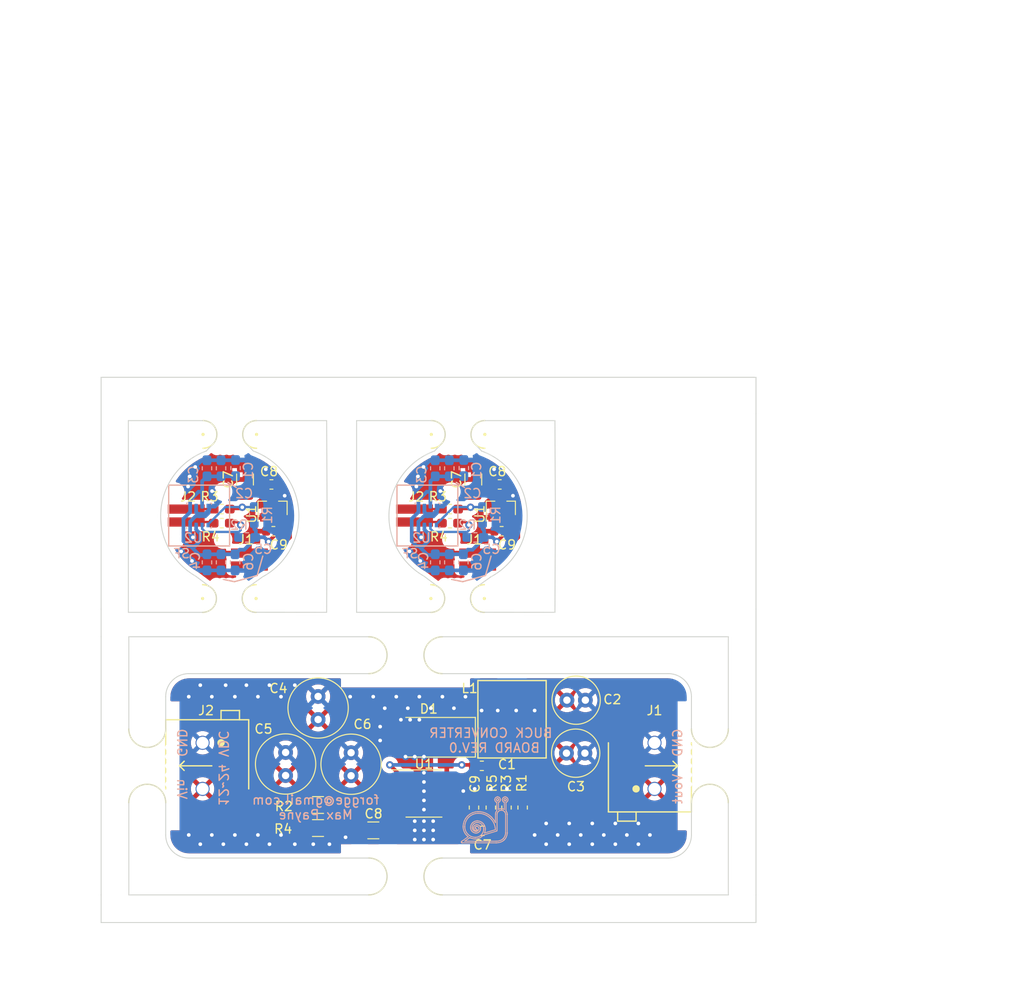
<source format=kicad_pcb>
(kicad_pcb (version 20190605) (host pcbnew "(5.1.0-1220-ga833aeeac)")
  (layers (0 "F.Cu" signal) (31 "B.Cu" signal) (34 "B.Paste" user) (35 "F.Paste" user) (36 "B.SilkS" user) (37 "F.SilkS" user) (38 "B.Mask" user) (39 "F.Mask" user) (44 "Edge.Cuts" user))
  (net 0 "")
  (net 1 "Net-(C1-Pad2)")
  (net 2 "GND")
  (net 3 "Net-(C7-Pad2)")
  (net 4 "Net-(C7-Pad1)")
  (net 5 "Net-(C8-Pad1)")
  (net 6 "Net-(R1-Pad2)")
  (net 7 "Net-(R2-Pad2)")
  (net 8 "/VIN")
  (net 9 "/PH")
  (net 10 "/VOUT")
  (net 11 "+3V3")
  (net 12 "+5V")
  (net 13 "Net-(J2-Pad1)")
  (net 14 "Net-(J2-Pad2)")
  (module "Capacitor_SMD:C_0603_1608Metric_Pad1.05x0.95mm_HandSolder" (layer "B.Cu") (at 81.225 58.224999 90)
    (fp_text reference "C3" (at -0.675001 -1.475 90) (layer "B.SilkS") (effects (justify mirror)))
    (fp_text value "10n")
    (pad "1" smd roundrect (at -0.875 0 90) (size 1.05 0.95) (layers "B.Cu" "B.Paste" "B.Mask") (net 11 "+3V3"))
    (pad "2" smd roundrect (at 0.875 0 90) (size 1.05 0.95) (layers "B.Cu" "B.Paste" "B.Mask") (net 2 "GND"))
  )
  (module "Project:Mousebites_JLCPCB_small" (layer "F.Cu") (at 83.7 54.55 180)
    (fp_text reference "REF**" hide)
    (fp_text value "Mousebites_JLCPCB_small" hide)
    (pad "" np_thru_hole circle (at 0 -1.5 180) (size 0.5 0.5) (drill 0.5) (layers *.Cu *.Mask))
    (pad "" np_thru_hole circle (at -0.7 -1.5 180) (size 0.5 0.5) (drill 0.5) (layers *.Cu *.Mask))
    (pad "" np_thru_hole circle (at -1.4 -1.5 180) (size 0.5 0.5) (drill 0.5) (layers *.Cu *.Mask))
    (pad "" np_thru_hole circle (at 0.7 -1.5 180) (size 0.5 0.5) (drill 0.5) (layers *.Cu *.Mask))
    (pad "" np_thru_hole circle (at 1.4 -1.5 180) (size 0.5 0.5) (drill 0.5) (layers *.Cu *.Mask))
  )
  (module "Project:Mousebites_JLCPCB_small" (layer "F.Cu") (at 83.65 72.35)
    (fp_text reference "REF**" hide)
    (fp_text value "Mousebites_JLCPCB_small" hide)
    (pad "" np_thru_hole circle (at 1.4 -1.5) (size 0.5 0.5) (drill 0.5) (layers *.Cu *.Mask))
    (pad "" np_thru_hole circle (at 0.7 -1.5) (size 0.5 0.5) (drill 0.5) (layers *.Cu *.Mask))
    (pad "" np_thru_hole circle (at -1.4 -1.5) (size 0.5 0.5) (drill 0.5) (layers *.Cu *.Mask))
    (pad "" np_thru_hole circle (at -0.7 -1.5) (size 0.5 0.5) (drill 0.5) (layers *.Cu *.Mask))
    (pad "" np_thru_hole circle (at 0 -1.5) (size 0.5 0.5) (drill 0.5) (layers *.Cu *.Mask))
  )
  (module "Capacitor_SMD:C_0603_1608Metric_Pad1.05x0.95mm_HandSolder" (layer "B.Cu") (at 84.275 68.425 270)
    (fp_text reference "C6" (at -0.075 -1.45 270) (layer "B.SilkS") (effects (justify mirror)))
    (fp_text value "1u")
    (pad "1" smd roundrect (at -0.875 0 270) (size 1.05 0.95) (layers "B.Cu" "B.Paste" "B.Mask") (net 11 "+3V3"))
    (pad "2" smd roundrect (at 0.875 0 270) (size 1.05 0.95) (layers "B.Cu" "B.Paste" "B.Mask") (net 2 "GND"))
  )
  (module "Resistor_SMD:R_0603_1608Metric_Pad1.05x0.95mm_HandSolder" (layer "B.Cu") (at 85.575 65.725 180)
    (fp_text reference "R2" (at 0.875 1.35) (layer "B.SilkS") (effects (justify mirror)))
    (fp_text value "4K7")
    (pad "1" smd roundrect (at -0.875 0 180) (size 1.05 0.95) (layers "B.Cu" "B.Paste" "B.Mask") (net 11 "+3V3"))
    (pad "2" smd roundrect (at 0.875 0 180) (size 1.05 0.95) (layers "B.Cu" "B.Paste" "B.Mask") (net 7 "Net-(R2-Pad2)"))
  )
  (module "Resistor_SMD:R_0603_1608Metric_Pad1.05x0.95mm_HandSolder" (layer "F.Cu") (at 82.825 64.175)
    (fp_text reference "R4" (at -1.2 1.475 -180) (layer "F.SilkS"))
    (fp_text value "TERM")
    (pad "1" smd roundrect (at -0.875 0) (size 1.05 0.95) (layers "F.Cu" "F.Paste" "F.Mask") (net 14 "Net-(J2-Pad2)"))
    (pad "2" smd roundrect (at 0.875 0) (size 1.05 0.95) (layers "F.Cu" "F.Paste" "F.Mask") (net 7 "Net-(R2-Pad2)"))
  )
  (module "Resistor_SMD:R_0603_1608Metric_Pad1.05x0.95mm_HandSolder" (layer "F.Cu") (at 82.825 62.65)
    (fp_text reference "R3" (at -1.325 -1.35 180) (layer "F.SilkS"))
    (fp_text value "TERM")
    (pad "1" smd roundrect (at -0.875 0) (size 1.05 0.95) (layers "F.Cu" "F.Paste" "F.Mask") (net 13 "Net-(J2-Pad1)"))
    (pad "2" smd roundrect (at 0.875 0) (size 1.05 0.95) (layers "F.Cu" "F.Paste" "F.Mask") (net 6 "Net-(R1-Pad2)"))
  )
  (module "Resistor_SMD:R_0603_1608Metric_Pad1.05x0.95mm_HandSolder" (layer "B.Cu") (at 86.35 63.300001 90)
    (fp_text reference "R1" (at 0 1.425 90) (layer "B.SilkS") (effects (justify mirror)))
    (fp_text value "4K7")
    (pad "1" smd roundrect (at -0.875 0 90) (size 1.05 0.95) (layers "B.Cu" "B.Paste" "B.Mask") (net 11 "+3V3"))
    (pad "2" smd roundrect (at 0.875 0 90) (size 1.05 0.95) (layers "B.Cu" "B.Paste" "B.Mask") (net 6 "Net-(R1-Pad2)"))
  )
  (module "Capacitor_SMD:C_0603_1608Metric" (layer "F.Cu") (at 88.212501 59.975)
    (fp_text reference "C8" (at -0.262501 -1.4) (layer "F.SilkS"))
    (fp_text value "1u")
    (pad "1" smd roundrect (at -0.7875 0) (size 0.875 0.95) (layers "F.Cu" "F.Paste" "F.Mask") (net 12 "+5V"))
    (pad "2" smd roundrect (at 0.7875 0) (size 0.875 0.95) (layers "F.Cu" "F.Paste" "F.Mask") (net 2 "GND"))
  )
  (module "Capacitor_SMD:C_0603_1608Metric" (layer "F.Cu") (at 88.425 65.05 180)
    (fp_text reference "C9" (at -0.575 -1.475) (layer "F.SilkS"))
    (fp_text value "1u")
    (pad "1" smd roundrect (at -0.7875 0 180) (size 0.875 0.95) (layers "F.Cu" "F.Paste" "F.Mask") (net 11 "+3V3"))
    (pad "2" smd roundrect (at 0.7875 0 180) (size 0.875 0.95) (layers "F.Cu" "F.Paste" "F.Mask") (net 2 "GND"))
  )
  (module "Package_TO_SOT_SMD:SOT-23" (layer "F.Cu") (at 88.335356 62.55 90)
    (fp_text reference "U1" (at -0.65 -2.285356 90) (layer "F.SilkS"))
    (fp_text value "XC6206P332MR")
    (pad "1" smd rect (at -1 -0.95 90) (size 0.9 0.8) (layers "F.Cu" "F.Paste" "F.Mask") (net 2 "GND"))
    (pad "2" smd rect (at -1 0.95 90) (size 0.9 0.8) (layers "F.Cu" "F.Paste" "F.Mask") (net 11 "+3V3"))
    (pad "3" smd rect (at 1 0 90) (size 0.9 0.8) (layers "F.Cu" "F.Paste" "F.Mask") (net 12 "+5V"))
  )
  (module "Capacitor_SMD:C_0603_1608Metric_Pad1.05x0.95mm_HandSolder" (layer "B.Cu") (at 82.75 68.425 270)
    (fp_text reference "C5" (at -1.425 -4.575) (layer "B.SilkS") (effects (justify mirror)))
    (fp_text value "100n")
    (pad "1" smd roundrect (at -0.875 0 270) (size 1.05 0.95) (layers "B.Cu" "B.Paste" "B.Mask") (net 11 "+3V3"))
    (pad "2" smd roundrect (at 0.875 0 270) (size 1.05 0.95) (layers "B.Cu" "B.Paste" "B.Mask") (net 2 "GND"))
  )
  (module "Project:SENSIRION-SF2" (layer "B.Cu") (at 80.375 63.35)
    (fp_text reference "SF" (at -1.9 4.125 180) (layer "B.SilkS") (effects (justify mirror)))
    (fp_text value "SF2-CAP" hide)
    (pad "" np_thru_hole circle (at 2.6 -2.6) (size 1 1) (drill 1) (layers *.Cu *.Mask))
    (pad "" np_thru_hole circle (at -2.6 -2.6) (size 1 1) (drill 1) (layers *.Cu *.Mask))
    (pad "" np_thru_hole circle (at 2.6 2.6) (size 1 1) (drill 1) (layers *.Cu *.Mask))
    (pad "" np_thru_hole circle (at -2.6 2.6) (size 1 1) (drill 1) (layers *.Cu *.Mask))
  )
  (module "Package_LGA:Bosch_LGA-8_2.5x2.5mm_P0.65mm_ClockwisePinNumbering" (layer "B.Cu") (at 80.375 63.35)
    (fp_text reference "U2" (at -0.65 2.425) (layer "B.SilkS") (effects (justify mirror)))
    (fp_text value "BME280")
    (pad "4" smd rect (at 0.975 1.025 270) (size 0.5 0.35) (layers "B.Cu" "B.Paste" "B.Mask") (net 6 "Net-(R1-Pad2)"))
    (pad "3" smd rect (at 0.325 1.025 270) (size 0.5 0.35) (layers "B.Cu" "B.Paste" "B.Mask") (net 7 "Net-(R2-Pad2)"))
    (pad "2" smd rect (at -0.325 1.025 270) (size 0.5 0.35) (layers "B.Cu" "B.Paste" "B.Mask") (net 11 "+3V3"))
    (pad "1" smd rect (at -0.975 1.025 270) (size 0.5 0.35) (layers "B.Cu" "B.Paste" "B.Mask") (net 2 "GND"))
    (pad "8" smd rect (at -0.975 -1.025 270) (size 0.5 0.35) (layers "B.Cu" "B.Paste" "B.Mask") (net 11 "+3V3"))
    (pad "7" smd rect (at -0.325 -1.025 270) (size 0.5 0.35) (layers "B.Cu" "B.Paste" "B.Mask") (net 2 "GND"))
    (pad "6" smd rect (at 0.325 -1.025 270) (size 0.5 0.35) (layers "B.Cu" "B.Paste" "B.Mask") (net 11 "+3V3"))
    (pad "5" smd rect (at 0.975 -1.025 270) (size 0.5 0.35) (layers "B.Cu" "B.Paste" "B.Mask") (net 2 "GND"))
  )
  (module "Capacitor_SMD:C_0603_1608Metric_Pad1.05x0.95mm_HandSolder" (layer "B.Cu") (at 81.225 68.425 270)
    (fp_text reference "C4" (at -0.175 1.275 90) (layer "B.SilkS") (effects (justify mirror)))
    (fp_text value "10n")
    (pad "1" smd roundrect (at -0.875 0 270) (size 1.05 0.95) (layers "B.Cu" "B.Paste" "B.Mask") (net 11 "+3V3"))
    (pad "2" smd roundrect (at 0.875 0 270) (size 1.05 0.95) (layers "B.Cu" "B.Paste" "B.Mask") (net 2 "GND"))
  )
  (module "Capacitor_SMD:C_0603_1608Metric_Pad1.05x0.95mm_HandSolder" (layer "B.Cu") (at 82.75 58.224999 90)
    (fp_text reference "C2" (at -2.725001 2.5 180) (layer "B.SilkS") (effects (justify mirror)))
    (fp_text value "100n")
    (pad "1" smd roundrect (at -0.875 0 90) (size 1.05 0.95) (layers "B.Cu" "B.Paste" "B.Mask") (net 11 "+3V3"))
    (pad "2" smd roundrect (at 0.875 0 90) (size 1.05 0.95) (layers "B.Cu" "B.Paste" "B.Mask") (net 2 "GND"))
  )
  (module "Capacitor_SMD:C_1206_3216Metric_Pad1.42x1.75mm_HandSolder" (layer "F.Cu") (at 85.35 59.4375 90)
    (fp_text reference "C7" (at 0 -1.82 90) (layer "F.SilkS"))
    (fp_text value "10u")
    (pad "1" smd roundrect (at -1.4875 0 90) (size 1.425 1.75) (layers "F.Cu" "F.Paste" "F.Mask") (roundrect_rratio 0.175439) (net 12 "+5V"))
    (pad "2" smd roundrect (at 1.4875 0 90) (size 1.425 1.75) (layers "F.Cu" "F.Paste" "F.Mask") (roundrect_rratio 0.175439) (net 2 "GND"))
  )
  (module "Capacitor_SMD:C_0603_1608Metric_Pad1.05x0.95mm_HandSolder" (layer "B.Cu") (at 84.325 58.2 90)
    (fp_text reference "C1" (at -0.275 1.375 90) (layer "B.SilkS") (effects (justify mirror)))
    (fp_text value "1u")
    (pad "1" smd roundrect (at -0.875 0 90) (size 1.05 0.95) (layers "B.Cu" "B.Paste" "B.Mask") (net 11 "+3V3"))
    (pad "2" smd roundrect (at 0.875 0 90) (size 1.05 0.95) (layers "B.Cu" "B.Paste" "B.Mask") (net 2 "GND"))
  )
  (module "Project:PAD_2" (layer "F.Cu") (at 78.975 63.35 270)
    (fp_text reference "J2" (at -2.025 -0.2 180) (layer "F.SilkS"))
    (fp_text value "Conn_01x02")
    (pad "1" smd rect (at -0.7 0) (size 4 1) (layers "F.Cu" "F.Paste" "F.Mask") (net 13 "Net-(J2-Pad1)"))
    (pad "2" smd rect (at 0.7 0) (size 4 1) (layers "F.Cu" "F.Paste" "F.Mask") (net 14 "Net-(J2-Pad2)"))
  )
  (module "Project:PAD_2" (layer "F.Cu") (at 85.825 68.125 90)
    (fp_text reference "J1" (at 2.15 -0.375 180) (layer "F.SilkS"))
    (fp_text value "Conn_01x02")
    (pad "1" smd rect (at -0.7 0 180) (size 4 1) (layers "F.Cu" "F.Paste" "F.Mask") (net 12 "+5V"))
    (pad "2" smd rect (at 0.7 0 180) (size 4 1) (layers "F.Cu" "F.Paste" "F.Mask") (net 2 "GND"))
  )
  (module "Project:Mousebites_JLCPCB_small" (layer "F.Cu") (at 58.95 54.55 180)
    (fp_text reference "REF**" hide)
    (fp_text value "Mousebites_JLCPCB_small" hide)
    (pad "" np_thru_hole circle (at 1.4 -1.5 180) (size 0.5 0.5) (drill 0.5) (layers *.Cu *.Mask))
    (pad "" np_thru_hole circle (at 0.7 -1.5 180) (size 0.5 0.5) (drill 0.5) (layers *.Cu *.Mask))
    (pad "" np_thru_hole circle (at -1.4 -1.5 180) (size 0.5 0.5) (drill 0.5) (layers *.Cu *.Mask))
    (pad "" np_thru_hole circle (at -0.7 -1.5 180) (size 0.5 0.5) (drill 0.5) (layers *.Cu *.Mask))
    (pad "" np_thru_hole circle (at 0 -1.5 180) (size 0.5 0.5) (drill 0.5) (layers *.Cu *.Mask))
  )
  (module "Project:Mousebites_JLCPCB_small" (layer "F.Cu") (at 58.9 72.35)
    (fp_text reference "REF**" hide)
    (fp_text value "Mousebites_JLCPCB_small" hide)
    (pad "" np_thru_hole circle (at 0 -1.5) (size 0.5 0.5) (drill 0.5) (layers *.Cu *.Mask))
    (pad "" np_thru_hole circle (at -0.7 -1.5) (size 0.5 0.5) (drill 0.5) (layers *.Cu *.Mask))
    (pad "" np_thru_hole circle (at -1.4 -1.5) (size 0.5 0.5) (drill 0.5) (layers *.Cu *.Mask))
    (pad "" np_thru_hole circle (at 0.7 -1.5) (size 0.5 0.5) (drill 0.5) (layers *.Cu *.Mask))
    (pad "" np_thru_hole circle (at 1.4 -1.5) (size 0.5 0.5) (drill 0.5) (layers *.Cu *.Mask))
  )
  (module "Project:PAD_2" (layer "F.Cu") (at 61.075 68.125 90)
    (fp_text reference "J1" (at 2.15 -0.375 180) (layer "F.SilkS"))
    (fp_text value "Conn_01x02")
    (pad "2" smd rect (at 0.7 0 180) (size 4 1) (layers "F.Cu" "F.Paste" "F.Mask") (net 2 "GND"))
    (pad "1" smd rect (at -0.7 0 180) (size 4 1) (layers "F.Cu" "F.Paste" "F.Mask") (net 12 "+5V"))
  )
  (module "Project:PAD_2" (layer "F.Cu") (at 54.225 63.35 270)
    (fp_text reference "J2" (at -2.025 -0.2 180) (layer "F.SilkS"))
    (fp_text value "Conn_01x02")
    (pad "2" smd rect (at 0.7 0) (size 4 1) (layers "F.Cu" "F.Paste" "F.Mask") (net 14 "Net-(J2-Pad2)"))
    (pad "1" smd rect (at -0.7 0) (size 4 1) (layers "F.Cu" "F.Paste" "F.Mask") (net 13 "Net-(J2-Pad1)"))
  )
  (module "Capacitor_SMD:C_0603_1608Metric_Pad1.05x0.95mm_HandSolder" (layer "B.Cu") (at 59.575 58.2 90)
    (fp_text reference "C1" (at -0.275 1.375 90) (layer "B.SilkS") (effects (justify mirror)))
    (fp_text value "1u")
    (pad "2" smd roundrect (at 0.875 0 90) (size 1.05 0.95) (layers "B.Cu" "B.Paste" "B.Mask") (net 2 "GND"))
    (pad "1" smd roundrect (at -0.875 0 90) (size 1.05 0.95) (layers "B.Cu" "B.Paste" "B.Mask") (net 11 "+3V3"))
  )
  (module "Capacitor_SMD:C_1206_3216Metric_Pad1.42x1.75mm_HandSolder" (layer "F.Cu") (at 60.6 59.4375 90)
    (fp_text reference "C7" (at 0 -1.82 90) (layer "F.SilkS"))
    (fp_text value "10u")
    (pad "2" smd roundrect (at 1.4875 0 90) (size 1.425 1.75) (layers "F.Cu" "F.Paste" "F.Mask") (roundrect_rratio 0.175439) (net 2 "GND"))
    (pad "1" smd roundrect (at -1.4875 0 90) (size 1.425 1.75) (layers "F.Cu" "F.Paste" "F.Mask") (roundrect_rratio 0.175439) (net 12 "+5V"))
  )
  (module "Capacitor_SMD:C_0603_1608Metric_Pad1.05x0.95mm_HandSolder" (layer "B.Cu") (at 58 58.224999 90)
    (fp_text reference "C2" (at -2.725001 2.5 180) (layer "B.SilkS") (effects (justify mirror)))
    (fp_text value "100n")
    (pad "2" smd roundrect (at 0.875 0 90) (size 1.05 0.95) (layers "B.Cu" "B.Paste" "B.Mask") (net 2 "GND"))
    (pad "1" smd roundrect (at -0.875 0 90) (size 1.05 0.95) (layers "B.Cu" "B.Paste" "B.Mask") (net 11 "+3V3"))
  )
  (module "Capacitor_SMD:C_0603_1608Metric_Pad1.05x0.95mm_HandSolder" (layer "B.Cu") (at 56.475 68.425 270)
    (fp_text reference "C4" (at -0.175 1.275 90) (layer "B.SilkS") (effects (justify mirror)))
    (fp_text value "10n")
    (pad "2" smd roundrect (at 0.875 0 270) (size 1.05 0.95) (layers "B.Cu" "B.Paste" "B.Mask") (net 2 "GND"))
    (pad "1" smd roundrect (at -0.875 0 270) (size 1.05 0.95) (layers "B.Cu" "B.Paste" "B.Mask") (net 11 "+3V3"))
  )
  (module "Package_LGA:Bosch_LGA-8_2.5x2.5mm_P0.65mm_ClockwisePinNumbering" (layer "B.Cu") (at 55.625 63.35)
    (fp_text reference "U2" (at -0.65 2.425) (layer "B.SilkS") (effects (justify mirror)))
    (fp_text value "BME280")
    (pad "5" smd rect (at 0.975 -1.025 270) (size 0.5 0.35) (layers "B.Cu" "B.Paste" "B.Mask") (net 2 "GND"))
    (pad "6" smd rect (at 0.325 -1.025 270) (size 0.5 0.35) (layers "B.Cu" "B.Paste" "B.Mask") (net 11 "+3V3"))
    (pad "7" smd rect (at -0.325 -1.025 270) (size 0.5 0.35) (layers "B.Cu" "B.Paste" "B.Mask") (net 2 "GND"))
    (pad "8" smd rect (at -0.975 -1.025 270) (size 0.5 0.35) (layers "B.Cu" "B.Paste" "B.Mask") (net 11 "+3V3"))
    (pad "1" smd rect (at -0.975 1.025 270) (size 0.5 0.35) (layers "B.Cu" "B.Paste" "B.Mask") (net 2 "GND"))
    (pad "2" smd rect (at -0.325 1.025 270) (size 0.5 0.35) (layers "B.Cu" "B.Paste" "B.Mask") (net 11 "+3V3"))
    (pad "3" smd rect (at 0.325 1.025 270) (size 0.5 0.35) (layers "B.Cu" "B.Paste" "B.Mask") (net 7 "Net-(R2-Pad2)"))
    (pad "4" smd rect (at 0.975 1.025 270) (size 0.5 0.35) (layers "B.Cu" "B.Paste" "B.Mask") (net 6 "Net-(R1-Pad2)"))
  )
  (module "Project:SENSIRION-SF2" (layer "B.Cu") (at 55.625 63.35)
    (fp_text reference "SF" (at -1.9 4.125 180) (layer "B.SilkS") (effects (justify mirror)))
    (fp_text value "SF2-CAP" hide)
    (pad "" np_thru_hole circle (at -2.6 2.6) (size 1 1) (drill 1) (layers *.Cu *.Mask))
    (pad "" np_thru_hole circle (at 2.6 2.6) (size 1 1) (drill 1) (layers *.Cu *.Mask))
    (pad "" np_thru_hole circle (at -2.6 -2.6) (size 1 1) (drill 1) (layers *.Cu *.Mask))
    (pad "" np_thru_hole circle (at 2.6 -2.6) (size 1 1) (drill 1) (layers *.Cu *.Mask))
  )
  (module "Capacitor_SMD:C_0603_1608Metric_Pad1.05x0.95mm_HandSolder" (layer "B.Cu") (at 58 68.425 270)
    (fp_text reference "C5" (at -1.425 -4.575) (layer "B.SilkS") (effects (justify mirror)))
    (fp_text value "100n")
    (pad "2" smd roundrect (at 0.875 0 270) (size 1.05 0.95) (layers "B.Cu" "B.Paste" "B.Mask") (net 2 "GND"))
    (pad "1" smd roundrect (at -0.875 0 270) (size 1.05 0.95) (layers "B.Cu" "B.Paste" "B.Mask") (net 11 "+3V3"))
  )
  (module "Package_TO_SOT_SMD:SOT-23" (layer "F.Cu") (at 63.585356 62.55 90)
    (fp_text reference "U1" (at -0.65 -2.285356 90) (layer "F.SilkS"))
    (fp_text value "XC6206P332MR")
    (pad "3" smd rect (at 1 0 90) (size 0.9 0.8) (layers "F.Cu" "F.Paste" "F.Mask") (net 12 "+5V"))
    (pad "2" smd rect (at -1 0.95 90) (size 0.9 0.8) (layers "F.Cu" "F.Paste" "F.Mask") (net 11 "+3V3"))
    (pad "1" smd rect (at -1 -0.95 90) (size 0.9 0.8) (layers "F.Cu" "F.Paste" "F.Mask") (net 2 "GND"))
  )
  (module "Capacitor_SMD:C_0603_1608Metric" (layer "F.Cu") (at 63.675 65.05 180)
    (fp_text reference "C9" (at -0.575 -1.475) (layer "F.SilkS"))
    (fp_text value "1u")
    (pad "2" smd roundrect (at 0.7875 0 180) (size 0.875 0.95) (layers "F.Cu" "F.Paste" "F.Mask") (net 2 "GND"))
    (pad "1" smd roundrect (at -0.7875 0 180) (size 0.875 0.95) (layers "F.Cu" "F.Paste" "F.Mask") (net 11 "+3V3"))
  )
  (module "Capacitor_SMD:C_0603_1608Metric" (layer "F.Cu") (at 63.462501 59.975)
    (fp_text reference "C8" (at -0.262501 -1.4) (layer "F.SilkS"))
    (fp_text value "1u")
    (pad "2" smd roundrect (at 0.7875 0) (size 0.875 0.95) (layers "F.Cu" "F.Paste" "F.Mask") (net 2 "GND"))
    (pad "1" smd roundrect (at -0.7875 0) (size 0.875 0.95) (layers "F.Cu" "F.Paste" "F.Mask") (net 12 "+5V"))
  )
  (module "Resistor_SMD:R_0603_1608Metric_Pad1.05x0.95mm_HandSolder" (layer "B.Cu") (at 61.6 63.300001 90)
    (fp_text reference "R1" (at 0 1.425 90) (layer "B.SilkS") (effects (justify mirror)))
    (fp_text value "4K7")
    (pad "2" smd roundrect (at 0.875 0 90) (size 1.05 0.95) (layers "B.Cu" "B.Paste" "B.Mask") (net 6 "Net-(R1-Pad2)"))
    (pad "1" smd roundrect (at -0.875 0 90) (size 1.05 0.95) (layers "B.Cu" "B.Paste" "B.Mask") (net 11 "+3V3"))
  )
  (module "Resistor_SMD:R_0603_1608Metric_Pad1.05x0.95mm_HandSolder" (layer "F.Cu") (at 58.075 62.65)
    (fp_text reference "R3" (at -1.325 -1.35 180) (layer "F.SilkS"))
    (fp_text value "TERM")
    (pad "2" smd roundrect (at 0.875 0) (size 1.05 0.95) (layers "F.Cu" "F.Paste" "F.Mask") (net 6 "Net-(R1-Pad2)"))
    (pad "1" smd roundrect (at -0.875 0) (size 1.05 0.95) (layers "F.Cu" "F.Paste" "F.Mask") (net 13 "Net-(J2-Pad1)"))
  )
  (module "Resistor_SMD:R_0603_1608Metric_Pad1.05x0.95mm_HandSolder" (layer "F.Cu") (at 58.075 64.175)
    (fp_text reference "R4" (at -1.2 1.475 -180) (layer "F.SilkS"))
    (fp_text value "TERM")
    (pad "2" smd roundrect (at 0.875 0) (size 1.05 0.95) (layers "F.Cu" "F.Paste" "F.Mask") (net 7 "Net-(R2-Pad2)"))
    (pad "1" smd roundrect (at -0.875 0) (size 1.05 0.95) (layers "F.Cu" "F.Paste" "F.Mask") (net 14 "Net-(J2-Pad2)"))
  )
  (module "Resistor_SMD:R_0603_1608Metric_Pad1.05x0.95mm_HandSolder" (layer "B.Cu") (at 60.825 65.725 180)
    (fp_text reference "R2" (at 0.875 1.35) (layer "B.SilkS") (effects (justify mirror)))
    (fp_text value "4K7")
    (pad "2" smd roundrect (at 0.875 0 180) (size 1.05 0.95) (layers "B.Cu" "B.Paste" "B.Mask") (net 7 "Net-(R2-Pad2)"))
    (pad "1" smd roundrect (at -0.875 0 180) (size 1.05 0.95) (layers "B.Cu" "B.Paste" "B.Mask") (net 11 "+3V3"))
  )
  (module "Capacitor_SMD:C_0603_1608Metric_Pad1.05x0.95mm_HandSolder" (layer "B.Cu") (at 59.525 68.425 270)
    (fp_text reference "C6" (at -0.075 -1.45 270) (layer "B.SilkS") (effects (justify mirror)))
    (fp_text value "1u")
    (pad "2" smd roundrect (at 0.875 0 270) (size 1.05 0.95) (layers "B.Cu" "B.Paste" "B.Mask") (net 2 "GND"))
    (pad "1" smd roundrect (at -0.875 0 270) (size 1.05 0.95) (layers "B.Cu" "B.Paste" "B.Mask") (net 11 "+3V3"))
  )
  (module "Capacitor_SMD:C_0603_1608Metric_Pad1.05x0.95mm_HandSolder" (layer "B.Cu") (at 56.475 58.224999 90)
    (fp_text reference "C3" (at -0.675001 -1.475 90) (layer "B.SilkS") (effects (justify mirror)))
    (fp_text value "10n")
    (pad "2" smd roundrect (at 0.875 0 90) (size 1.05 0.95) (layers "B.Cu" "B.Paste" "B.Mask") (net 2 "GND"))
    (pad "1" smd roundrect (at -0.875 0 90) (size 1.05 0.95) (layers "B.Cu" "B.Paste" "B.Mask") (net 11 "+3V3"))
  )
  (module "Project:Mousebites_JLCPCB" (layer "F.Cu") (at 78 102.5)
    (fp_text reference "REF**" hide)
    (fp_text value "Mousebites_JLCPCB")
    (pad "" np_thru_hole circle (at -2 -2.25) (size 0.65 0.65) (drill 0.65) (layers *.Cu *.Mask))
    (pad "" np_thru_hole circle (at -1 -2.25) (size 0.65 0.65) (drill 0.65) (layers *.Cu *.Mask))
    (pad "" np_thru_hole circle (at 0 -2.25) (size 0.65 0.65) (drill 0.65) (layers *.Cu *.Mask))
    (pad "" np_thru_hole circle (at 1 -2.25) (size 0.65 0.65) (drill 0.65) (layers *.Cu *.Mask))
    (pad "" np_thru_hole circle (at 2 -2.25) (size 0.65 0.65) (drill 0.65) (layers *.Cu *.Mask))
  )
  (module "Project:Mousebites_JLCPCB" (layer "F.Cu") (at 78 78.5 180)
    (fp_text reference "REF**" hide)
    (fp_text value "Mousebites_JLCPCB" hide)
    (pad "" np_thru_hole circle (at -2 -2.25 180) (size 0.65 0.65) (drill 0.65) (layers *.Cu *.Mask))
    (pad "" np_thru_hole circle (at -1 -2.25 180) (size 0.65 0.65) (drill 0.65) (layers *.Cu *.Mask))
    (pad "" np_thru_hole circle (at 0 -2.25 180) (size 0.65 0.65) (drill 0.65) (layers *.Cu *.Mask))
    (pad "" np_thru_hole circle (at 1 -2.25 180) (size 0.65 0.65) (drill 0.65) (layers *.Cu *.Mask))
    (pad "" np_thru_hole circle (at 2 -2.25 180) (size 0.65 0.65) (drill 0.65) (layers *.Cu *.Mask))
  )
  (module "Project:Mousebites_JLCPCB" (layer "F.Cu") (at 111 90.5 90)
    (fp_text reference "REF**" hide)
    (fp_text value "Mousebites_JLCPCB")
    (pad "" np_thru_hole circle (at -2 -2.25 90) (size 0.65 0.65) (drill 0.65) (layers *.Cu *.Mask))
    (pad "" np_thru_hole circle (at -1 -2.25 90) (size 0.65 0.65) (drill 0.65) (layers *.Cu *.Mask))
    (pad "" np_thru_hole circle (at 0 -2.25 90) (size 0.65 0.65) (drill 0.65) (layers *.Cu *.Mask))
    (pad "" np_thru_hole circle (at 1 -2.25 90) (size 0.65 0.65) (drill 0.65) (layers *.Cu *.Mask))
    (pad "" np_thru_hole circle (at 2 -2.25 90) (size 0.65 0.65) (drill 0.65) (layers *.Cu *.Mask))
  )
  (module "Project:Mousebites_JLCPCB" (layer "F.Cu") (at 50 90.5 270)
    (fp_text reference "REF**" hide)
    (fp_text value "Mousebites_JLCPCB")
    (pad "" np_thru_hole circle (at -2 -2.25 270) (size 0.65 0.65) (drill 0.65) (layers *.Cu *.Mask))
    (pad "" np_thru_hole circle (at -1 -2.25 270) (size 0.65 0.65) (drill 0.65) (layers *.Cu *.Mask))
    (pad "" np_thru_hole circle (at 0 -2.25 270) (size 0.65 0.65) (drill 0.65) (layers *.Cu *.Mask))
    (pad "" np_thru_hole circle (at 1 -2.25 270) (size 0.65 0.65) (drill 0.65) (layers *.Cu *.Mask))
    (pad "" np_thru_hole circle (at 2 -2.25 270) (size 0.65 0.65) (drill 0.65) (layers *.Cu *.Mask))
  )
  (module "Package_SO:SOIC-8_3.9x4.9mm_P1.27mm" (layer "F.Cu") (at 80 93.5)
    (fp_text reference "U1" (at 0 -3.2) (layer "F.SilkS"))
    (fp_text value "TPS54331")
    (pad "8" smd roundrect (at 2.475 -1.905) (size 1.95 0.6) (layers "F.Cu" "F.Paste" "F.Mask") (net 9 "/PH"))
    (pad "7" smd roundrect (at 2.475 -0.635) (size 1.95 0.6) (layers "F.Cu" "F.Paste" "F.Mask") (net 2 "GND"))
    (pad "6" smd roundrect (at 2.475 0.635) (size 1.95 0.6) (layers "F.Cu" "F.Paste" "F.Mask") (net 4 "Net-(C7-Pad1)"))
    (pad "5" smd roundrect (at 2.475 1.905) (size 1.95 0.6) (layers "F.Cu" "F.Paste" "F.Mask") (net 6 "Net-(R1-Pad2)"))
    (pad "4" smd roundrect (at -2.475 1.905) (size 1.95 0.6) (layers "F.Cu" "F.Paste" "F.Mask") (net 5 "Net-(C8-Pad1)"))
    (pad "3" smd roundrect (at -2.475 0.635) (size 1.95 0.6) (layers "F.Cu" "F.Paste" "F.Mask") (net 7 "Net-(R2-Pad2)"))
    (pad "2" smd roundrect (at -2.475 -0.635) (size 1.95 0.6) (layers "F.Cu" "F.Paste" "F.Mask") (net 8 "/VIN"))
    (pad "1" smd roundrect (at -2.475 -1.905) (size 1.95 0.6) (layers "F.Cu" "F.Paste" "F.Mask") (net 1 "Net-(C1-Pad2)"))
  )
  (module "Resistor_SMD:R_0603_1608Metric_Pad1.05x0.95mm_HandSolder" (layer "F.Cu") (at 87.25 95.025 90)
    (fp_text reference "R5" (at 2.625 0.125 90) (layer "F.SilkS"))
    (fp_text value "13K3")
    (pad "2" smd roundrect (at 0.875 0 90) (size 1.05 0.95) (layers "F.Cu" "F.Paste" "F.Mask") (net 2 "GND"))
    (pad "1" smd roundrect (at -0.875 0 90) (size 1.05 0.95) (layers "F.Cu" "F.Paste" "F.Mask") (net 3 "Net-(C7-Pad2)"))
  )
  (module "Resistor_SMD:R_1206_3216Metric_Pad1.42x1.75mm_HandSolder" (layer "F.Cu") (at 68.5125 97.25 180)
    (fp_text reference "R4" (at 3.775 -0.1) (layer "F.SilkS"))
    (fp_text value "47K")
    (pad "2" smd roundrect (at 1.4875 0 180) (size 1.425 1.75) (layers "F.Cu" "F.Paste" "F.Mask") (roundrect_rratio 0.175439) (net 2 "GND"))
    (pad "1" smd roundrect (at -1.4875 0 180) (size 1.425 1.75) (layers "F.Cu" "F.Paste" "F.Mask") (roundrect_rratio 0.175439) (net 7 "Net-(R2-Pad2)"))
  )
  (module "Resistor_SMD:R_0603_1608Metric_Pad1.05x0.95mm_HandSolder" (layer "F.Cu") (at 88.95 95.025 90)
    (fp_text reference "R3" (at 2.6 -0.025 90) (layer "F.SilkS"))
    (fp_text value "2K2")
    (pad "2" smd roundrect (at 0.875 0 90) (size 1.05 0.95) (layers "F.Cu" "F.Paste" "F.Mask") (net 2 "GND"))
    (pad "1" smd roundrect (at -0.875 0 90) (size 1.05 0.95) (layers "F.Cu" "F.Paste" "F.Mask") (net 6 "Net-(R1-Pad2)"))
  )
  (module "Resistor_SMD:R_1206_3216Metric_Pad1.42x1.75mm_HandSolder" (layer "F.Cu") (at 68.5125 94.75)
    (fp_text reference "R2" (at -3.7 0.15) (layer "F.SilkS"))
    (fp_text value "220K")
    (pad "2" smd roundrect (at 1.4875 0) (size 1.425 1.75) (layers "F.Cu" "F.Paste" "F.Mask") (roundrect_rratio 0.175439) (net 7 "Net-(R2-Pad2)"))
    (pad "1" smd roundrect (at -1.4875 0) (size 1.425 1.75) (layers "F.Cu" "F.Paste" "F.Mask") (roundrect_rratio 0.175439) (net 8 "/VIN"))
  )
  (module "Resistor_SMD:R_0603_1608Metric_Pad1.05x0.95mm_HandSolder" (layer "F.Cu") (at 90.7 95.025 270)
    (fp_text reference "R1" (at -2.65 0.1 90) (layer "F.SilkS"))
    (fp_text value "10K")
    (pad "2" smd roundrect (at 0.875 0 270) (size 1.05 0.95) (layers "F.Cu" "F.Paste" "F.Mask") (net 6 "Net-(R1-Pad2)"))
    (pad "1" smd roundrect (at -0.875 0 270) (size 1.05 0.95) (layers "F.Cu" "F.Paste" "F.Mask") (net 10 "/VOUT"))
  )
  (module "Project:CDRH74" (layer "F.Cu") (at 89.55 85.45 180)
    (fp_text reference "L1" (at 4.6 3.35) (layer "F.SilkS"))
    (fp_text value "22u")
    (pad "1" smd rect (at 0 -3.2 180) (size 2.2 1.6) (layers "F.Cu" "F.Paste" "F.Mask") (net 9 "/PH"))
    (pad "2" smd rect (at 0 3.2 180) (size 2.2 1.6) (layers "F.Cu" "F.Paste" "F.Mask") (net 10 "/VOUT"))
  )
  (module "Project:DG300-5.0-02P-12" (layer "F.Cu") (at 56 90.5 270)
    (fp_text reference "J2" (at -6 -0.375 180) (layer "F.SilkS"))
    (fp_text value "VDC_IN")
    (pad "2" thru_hole circle (at 2.5 0 270) (size 1.524 1.524) (drill 1.3) (layers *.Cu *.Mask) (net 8 "/VIN"))
    (pad "1" thru_hole circle (at -2.5 0 270) (size 1.524 1.524) (drill 1.3) (layers *.Cu *.Mask) (net 2 "GND"))
  )
  (module "Project:DG300-5.0-02P-12" (layer "F.Cu") (at 105 90.5 90)
    (fp_text reference "J1" (at 6 0 180) (layer "F.SilkS"))
    (fp_text value "VDC_OUT")
    (pad "2" thru_hole circle (at 2.5 0 90) (size 1.524 1.524) (drill 1.3) (layers *.Cu *.Mask) (net 2 "GND"))
    (pad "1" thru_hole circle (at -2.5 0 90) (size 1.524 1.524) (drill 1.3) (layers *.Cu *.Mask) (net 10 "/VOUT"))
  )
  (module "Diode_SMD:D_SMA-SMB_Universal_Handsoldering" (layer "F.Cu") (at 80.725 87.4 180)
    (fp_text reference "D1" (at 0.2 3.075) (layer "F.SilkS"))
    (fp_text value "700mV ")
    (pad "2" smd trapezoid (at 2.9 0) (size 3.6 1.7) (rect_delta 0.6 0) (layers "F.Cu" "F.Paste" "F.Mask") (net 2 "GND"))
    (pad "1" smd trapezoid (at -2.9 0 180) (size 3.6 1.7) (rect_delta 0.6 0) (layers "F.Cu" "F.Paste" "F.Mask") (net 9 "/PH"))
  )
  (module "Capacitor_SMD:C_0603_1608Metric_Pad1.05x0.95mm_HandSolder" (layer "F.Cu") (at 85.425 95.025 90)
    (fp_text reference "C9" (at 2.55 0.1 90) (layer "F.SilkS"))
    (fp_text value "10p")
    (pad "2" smd roundrect (at 0.875 0 90) (size 1.05 0.95) (layers "F.Cu" "F.Paste" "F.Mask") (net 2 "GND"))
    (pad "1" smd roundrect (at -0.875 0 90) (size 1.05 0.95) (layers "F.Cu" "F.Paste" "F.Mask") (net 4 "Net-(C7-Pad1)"))
  )
  (module "Capacitor_SMD:C_1206_3216Metric_Pad1.42x1.75mm_HandSolder" (layer "F.Cu") (at 74.5125 97.5 180)
    (fp_text reference "C8" (at -0.025 1.8) (layer "F.SilkS"))
    (fp_text value "10n")
    (pad "2" smd roundrect (at 1.4875 0 180) (size 1.425 1.75) (layers "F.Cu" "F.Paste" "F.Mask") (roundrect_rratio 0.175439) (net 2 "GND"))
    (pad "1" smd roundrect (at -1.4875 0 180) (size 1.425 1.75) (layers "F.Cu" "F.Paste" "F.Mask") (roundrect_rratio 0.175439) (net 5 "Net-(C8-Pad1)"))
  )
  (module "Capacitor_SMD:C_0603_1608Metric_Pad1.05x0.95mm_HandSolder" (layer "F.Cu") (at 86.35 97.55)
    (fp_text reference "C7" (at 0 1.525) (layer "F.SilkS"))
    (fp_text value "2n2")
    (pad "2" smd roundrect (at 0.875 0) (size 1.05 0.95) (layers "F.Cu" "F.Paste" "F.Mask") (net 3 "Net-(C7-Pad2)"))
    (pad "1" smd roundrect (at -0.875 0) (size 1.05 0.95) (layers "F.Cu" "F.Paste" "F.Mask") (net 4 "Net-(C7-Pad1)"))
  )
  (module "Capacitor_THT:C_Radial_D6.3mm_H11.0mm_P2.50mm" (layer "F.Cu") (at 72.1 91.575 90)
    (fp_text reference "C6" (at 5.585 1.24 180) (layer "F.SilkS"))
    (fp_text value "10n")
    (pad "2" thru_hole circle (at 2.5 0 90) (size 1.6 1.6) (drill 0.8) (layers *.Cu *.Mask) (net 2 "GND"))
    (pad "1" thru_hole circle (at 0 0 90) (size 1.6 1.6) (drill 0.8) (layers *.Cu *.Mask) (net 8 "/VIN"))
  )
  (module "Capacitor_THT:C_Radial_D6.3mm_H11.0mm_P2.50mm" (layer "F.Cu") (at 65 91.55 90)
    (fp_text reference "C5" (at 5.05 -2.4 180) (layer "F.SilkS"))
    (fp_text value "10u")
    (pad "2" thru_hole circle (at 2.5 0 90) (size 1.6 1.6) (drill 0.8) (layers *.Cu *.Mask) (net 2 "GND"))
    (pad "1" thru_hole circle (at 0 0 90) (size 1.6 1.6) (drill 0.8) (layers *.Cu *.Mask) (net 8 "/VIN"))
  )
  (module "Capacitor_THT:C_Radial_D6.3mm_H11.0mm_P2.50mm" (layer "F.Cu") (at 68.525 85.475 90)
    (fp_text reference "C4" (at 3.375 -4.3 180) (layer "F.SilkS"))
    (fp_text value "10u")
    (pad "2" thru_hole circle (at 2.5 0 90) (size 1.6 1.6) (drill 0.8) (layers *.Cu *.Mask) (net 2 "GND"))
    (pad "1" thru_hole circle (at 0 0 90) (size 1.6 1.6) (drill 0.8) (layers *.Cu *.Mask) (net 8 "/VIN"))
  )
  (module "Capacitor_THT:C_Radial_D5.0mm_H11.0mm_P2.00mm" (layer "F.Cu") (at 95.45 89.125)
    (fp_text reference "C3" (at 1.025 3.625) (layer "F.SilkS"))
    (fp_text value "47u")
    (pad "2" thru_hole circle (at 2 0) (size 1.6 1.6) (drill 0.8) (layers *.Cu *.Mask) (net 2 "GND"))
    (pad "1" thru_hole circle (at 0 0) (size 1.6 1.6) (drill 0.8) (layers *.Cu *.Mask) (net 10 "/VOUT"))
  )
  (module "Capacitor_THT:C_Radial_D5.0mm_H11.0mm_P2.00mm" (layer "F.Cu") (at 95.5 83.375)
    (fp_text reference "C2" (at 4.925 -0.075) (layer "F.SilkS"))
    (fp_text value "47u")
    (pad "2" thru_hole circle (at 2 0) (size 1.6 1.6) (drill 0.8) (layers *.Cu *.Mask) (net 2 "GND"))
    (pad "1" thru_hole circle (at 0 0) (size 1.6 1.6) (drill 0.8) (layers *.Cu *.Mask) (net 10 "/VOUT"))
  )
  (module "Capacitor_SMD:C_0603_1608Metric_Pad1.05x0.95mm_HandSolder" (layer "F.Cu") (at 86.275 90.5 180)
    (fp_text reference "C1" (at -2.725 0.15) (layer "F.SilkS"))
    (fp_text value "100n")
    (pad "2" smd roundrect (at 0.875 0 180) (size 1.05 0.95) (layers "F.Cu" "F.Paste" "F.Mask") (net 1 "Net-(C1-Pad2)"))
    (pad "1" smd roundrect (at -0.875 0 180) (size 1.05 0.95) (layers "F.Cu" "F.Paste" "F.Mask") (net 9 "/PH"))
  )
  (gr_line (start 86.675 69.85) (end 87.275 67.75) (layer "B.SilkS") (width 0.15))
  (gr_line (start 94.25 63.35) (end 94.2 53.05) (layer "Edge.Cuts") (width 0.1))
  (gr_arc (start 86.6 54.55) (end 86.6 53.05) (angle -126.4692344) (layer "Edge.Cuts") (width 0.1))
  (gr_line (start 86.6 53.05) (end 94.2 53.05) (layer "Edge.Cuts") (width 0.1))
  (gr_line (start 80.75 73.85) (end 72.7 73.85) (layer "Edge.Cuts") (width 0.1))
  (gr_arc (start 80.75 72.35) (end 80.75 73.85) (angle -136.3322199) (layer "Edge.Cuts") (width 0.1))
  (gr_arc (start 83.7 63.4) (end 87.249999 69.999999) (angle -131.839968) (layer "Edge.Cuts") (width 0.1))
  (gr_line (start 84.2 70.525) (end 86.675 69.85) (layer "B.SilkS") (width 0.15))
  (gr_line (start 83.5 59.75) (end 84.4 60.3) (layer "B.SilkS") (width 0.15))
  (gr_line (start 83 70.275) (end 84.2 70.525) (layer "B.SilkS") (width 0.15))
  (gr_line (start 87.249999 69.999999) (end 85.5 71.25) (layer "Edge.Cuts") (width 0.1))
  (gr_line (start 79.991246 69.915376) (end 81.785714 71.264967) (layer "Edge.Cuts") (width 0.1))
  (gr_arc (start 80.8 54.55) (end 82 55.45) (angle -126.9) (layer "Edge.Cuts") (width 0.1))
  (gr_line (start 72.7 53.05) (end 72.7 73.85) (layer "Edge.Cuts") (width 0.1))
  (gr_line (start 80.799212 53.05) (end 72.7 53.05) (layer "Edge.Cuts") (width 0.1))
  (gr_line (start 81.150001 56.350001) (end 82 55.45) (layer "Edge.Cuts") (width 0.1))
  (gr_line (start 85.393736 55.441587) (end 86.249036 56.352667) (layer "Edge.Cuts") (width 0.1))
  (gr_arc (start 86.55 72.35) (end 85.500001 71.250001) (angle -125.0222874) (layer "Edge.Cuts") (width 0.1))
  (gr_arc (start 83.7 63.4) (end 81.150001 56.350001) (angle -130.4649679) (layer "Edge.Cuts") (width 0.1))
  (gr_line (start 86.251768 73.841158) (end 94.2 73.85) (layer "Edge.Cuts") (width 0.1))
  (gr_line (start 94.25 63.35) (end 94.2 73.85) (layer "Edge.Cuts") (width 0.1))
  (gr_line (start 116 48.35) (end 116 52.3) (layer "Edge.Cuts") (width 0.1))
  (gr_line (start 45 48.35) (end 116 48.35) (layer "Edge.Cuts") (width 0.1))
  (gr_line (start 61.85 53.05) (end 69.45 53.05) (layer "Edge.Cuts") (width 0.1))
  (gr_arc (start 58.95 63.4) (end 56.400001 56.350001) (angle -130.4649679) (layer "Edge.Cuts") (width 0.1))
  (gr_arc (start 58.95 63.4) (end 62.499999 69.999999) (angle -131.839968) (layer "Edge.Cuts") (width 0.1))
  (gr_line (start 56.400001 56.350001) (end 57.25 55.45) (layer "Edge.Cuts") (width 0.1))
  (gr_arc (start 56.05 54.55) (end 57.25 55.45) (angle -126.9) (layer "Edge.Cuts") (width 0.1))
  (gr_line (start 60.643736 55.441587) (end 61.499036 56.352667) (layer "Edge.Cuts") (width 0.1))
  (gr_arc (start 61.85 54.55) (end 61.85 53.05) (angle -126.4692344) (layer "Edge.Cuts") (width 0.1))
  (gr_line (start 61.501768 73.841158) (end 69.45 73.85) (layer "Edge.Cuts") (width 0.1))
  (gr_arc (start 61.8 72.35) (end 60.750001 71.250001) (angle -125.0222874) (layer "Edge.Cuts") (width 0.1))
  (gr_arc (start 56 72.35) (end 56 73.85) (angle -136.3322199) (layer "Edge.Cuts") (width 0.1))
  (gr_line (start 62.499999 69.999999) (end 60.75 71.25) (layer "Edge.Cuts") (width 0.1))
  (gr_line (start 55.241246 69.915376) (end 57.035714 71.264967) (layer "Edge.Cuts") (width 0.1))
  (gr_line (start 56 73.85) (end 47.95 73.85) (layer "Edge.Cuts") (width 0.1))
  (gr_line (start 69.5 63.35) (end 69.45 73.85) (layer "Edge.Cuts") (width 0.1))
  (gr_line (start 47.95 53.05) (end 47.95 73.85) (layer "Edge.Cuts") (width 0.1))
  (gr_line (start 56.049212 53.05) (end 47.95 53.05) (layer "Edge.Cuts") (width 0.1))
  (gr_line (start 69.5 63.35) (end 69.45 53.05) (layer "Edge.Cuts") (width 0.1))
  (gr_line (start 58.25 70.275) (end 59.45 70.525) (layer "B.SilkS") (width 0.15))
  (gr_line (start 58.75 59.75) (end 59.65 60.3) (layer "B.SilkS") (width 0.15))
  (gr_line (start 59.45 70.525) (end 61.925 69.85) (layer "B.SilkS") (width 0.15))
  (gr_line (start 61.925 69.85) (end 62.525 67.75) (layer "B.SilkS") (width 0.15))
  (gr_line (start 116 52.3) (end 116 73.5) (layer "Edge.Cuts") (width 0.1))
  (gr_line (start 45 73.5) (end 45 48.35) (layer "Edge.Cuts") (width 0.1))
  (gr_line (start 116 107.5) (end 45 107.5) (layer "Edge.Cuts") (width 0.1))
  (gr_line (start 116 104.5) (end 116 107.5) (layer "Edge.Cuts") (width 0.1))
  (gr_line (start 116 73.5) (end 116 104.5) (layer "Edge.Cuts") (width 0.1))
  (gr_line (start 45 76.5) (end 45 73.5) (layer "Edge.Cuts") (width 0.1))
  (gr_line (start 45 104.5) (end 45 76.5) (layer "Edge.Cuts") (width 0.1))
  (gr_line (start 48 104.5) (end 48 94.499999) (layer "Edge.Cuts") (width 0.1))
  (gr_line (start 74 104.5) (end 48 104.5) (layer "Edge.Cuts") (width 0.1))
  (gr_line (start 113 104.5) (end 81.999999 104.5) (layer "Edge.Cuts") (width 0.1))
  (gr_line (start 113 94.500001) (end 113 104.5) (layer "Edge.Cuts") (width 0.1))
  (gr_line (start 113 76.5) (end 113 86.500001) (layer "Edge.Cuts") (width 0.1))
  (gr_line (start 82 76.5) (end 113 76.5) (layer "Edge.Cuts") (width 0.1))
  (gr_line (start 48 76.5) (end 74.000001 76.5) (layer "Edge.Cuts") (width 0.1))
  (gr_line (start 48 86.499999) (end 48 76.5) (layer "Edge.Cuts") (width 0.1))
  (gr_line (start 82.000001 100.5) (end 106.5 100.5) (layer "Edge.Cuts") (width 0.1))
  (gr_arc (start 82 102.5) (end 82.000001 100.5) (angle -180) (layer "Edge.Cuts") (width 0.1))
  (gr_arc (start 74 102.5) (end 73.999999 104.5) (angle -180) (layer "Edge.Cuts") (width 0.1))
  (gr_arc (start 74 78.5) (end 73.999999 80.5) (angle -180) (layer "Edge.Cuts") (width 0.1))
  (gr_arc (start 82 78.5) (end 82.000001 76.5) (angle -180) (layer "Edge.Cuts") (width 0.1))
  (gr_arc (start 111 86.5) (end 109 86.499999) (angle -180) (layer "Edge.Cuts") (width 0.1))
  (gr_arc (start 111 94.5) (end 113 94.500001) (angle -180) (layer "Edge.Cuts") (width 0.1))
  (gr_arc (start 50 94.5) (end 52 94.500001) (angle -180) (layer "Edge.Cuts") (width 0.1))
  (gr_arc (start 50 86.5) (end 48 86.499999) (angle -180) (layer "Edge.Cuts") (width 0.1))
  (gr_line (start 45 107.5) (end 45 104.5) (layer "Edge.Cuts") (width 0.1))
  (gr_line (start 109 98) (end 109 94.499999) (layer "Edge.Cuts") (width 0.1))
  (gr_line (start 109 83) (end 109 86.5) (layer "Edge.Cuts") (width 0.1))
  (gr_line (start 82 80.5) (end 106.5 80.5) (layer "Edge.Cuts") (width 0.1))
  (gr_line (start 54.5 80.5) (end 73.999999 80.5) (layer "Edge.Cuts") (width 0.1))
  (gr_line (start 52 86.500001) (end 52 83) (layer "Edge.Cuts") (width 0.1))
  (gr_line (start 52 98) (end 52 94.5) (layer "Edge.Cuts") (width 0.1))
  (gr_line (start 86.65539 97.30962) (end 86.63743 97.1765) (layer "B.SilkS") (width 0.1))
  (gr_line (start 85.6168 97.79151) (end 85.64682 97.79151) (layer "B.SilkS") (width 0.1))
  (gr_line (start 88.00614 95.51981) (end 88.06267 95.45135) (layer "B.SilkS") (width 0.1))
  (gr_line (start 87.96343 95.59837) (end 88.00614 95.51981) (layer "B.SilkS") (width 0.1))
  (gr_line (start 88.80535 94.29807) (end 88.79292 94.29807) (layer "B.SilkS") (width 0.1))
  (gr_line (start 89.02865 97.78684) (end 89.02925 97.76639) (layer "B.SilkS") (width 0.1))
  (gr_line (start 85.050675 97.15978) (end 85.050675 97.19537) (layer "B.SilkS") (width 0.1))
  (gr_line (start 87.0498 96.05117) (end 87.18126 96.16603) (layer "B.SilkS") (width 0.1))
  (gr_line (start 87.97201 94.29807) (end 87.93485 94.28804) (layer "B.SilkS") (width 0.1))
  (gr_line (start 85.22542 97.6167) (end 85.3137 97.68951) (layer "B.SilkS") (width 0.1))
  (gr_line (start 88.79292 94.04308) (end 88.80535 94.04308) (layer "B.SilkS") (width 0.1))
  (gr_line (start 86.14144 97.27604) (end 86.13297 97.21365) (layer "B.SilkS") (width 0.1))
  (gr_line (start 87.89589 95.37208) (end 87.87886 95.39275) (layer "B.SilkS") (width 0.1))
  (gr_line (start 85.06277 97.31533) (end 85.097549 97.42719) (layer "B.SilkS") (width 0.1))
  (gr_line (start 85.56462 96.69071) (end 85.66635 96.65989) (layer "B.SilkS") (width 0.1))
  (gr_line (start 85.47092 96.74078) (end 85.56462 96.69071) (layer "B.SilkS") (width 0.1))
  (gr_line (start 87.75998 95.66532) (end 87.75 95.75) (layer "B.SilkS") (width 0.1))
  (gr_line (start 87.98443 94.29807) (end 87.97201 94.29807) (layer "B.SilkS") (width 0.1))
  (gr_line (start 88.85487 94.05307) (end 88.89546 94.08046) (layer "B.SilkS") (width 0.1))
  (gr_line (start 88.95073 95.47185) (end 88.90972 95.40582) (layer "B.SilkS") (width 0.1))
  (gr_line (start 84.247614 97.10612) (end 84.247614 97.14719) (layer "B.SilkS") (width 0.1))
  (gr_line (start 84.424697 97.10612) (end 84.424697 97.03429) (layer "B.SilkS") (width 0.1))
  (gr_line (start 87.70378 94.05208) (end 87.67985 94.14096) (layer "B.SilkS") (width 0.1))
  (gr_line (start 88.89389 94.46197) (end 88.91655 94.45503) (layer "B.SilkS") (width 0.1))
  (gr_line (start 84.452693 96.81896) (end 84.535104 96.54687) (layer "B.SilkS") (width 0.1))
  (gr_line (start 87.80848 98.852654) (end 87.87717 98.852654) (layer "B.SilkS") (width 0.1))
  (gr_line (start 84.247614 97.02561) (end 84.247614 97.10612) (layer "B.SilkS") (width 0.1))
  (gr_line (start 88.77572 93.866) (end 88.6869 93.88993) (layer "B.SilkS") (width 0.1))
  (gr_line (start 85.73812 96.47233) (end 85.63151 96.48617) (layer "B.SilkS") (width 0.1))
  (gr_line (start 84.977161 95.74274) (end 84.784182 95.89128) (layer "B.SilkS") (width 0.1))
  (gr_line (start 87.58441 96.73232) (end 87.65012 96.896281) (layer "B.SilkS") (width 0.1))
  (gr_line (start 88.32672 98.770623) (end 88.53765 98.668517) (layer "B.SilkS") (width 0.1))
  (gr_line (start 88.58822 98.402893) (end 88.55464 98.436584) (layer "B.SilkS") (width 0.1))
  (gr_line (start 84.424697 97.10612) (end 84.424697 97.10612) (layer "B.SilkS") (width 0.1))
  (gr_line (start 89.02925 97.76639) (end 89.02919 97.76211) (layer "B.SilkS") (width 0.1))
  (gr_line (start 85.99637 97.64644) (end 86.0568 97.57319) (layer "B.SilkS") (width 0.1))
  (gr_line (start 88.95297 98.149258) (end 88.99035 98.031365) (layer "B.SilkS") (width 0.1))
  (gr_line (start 87.86692 94.12099) (end 87.89432 94.08046) (layer "B.SilkS") (width 0.1))
  (gr_line (start 86.56625 97.78359) (end 86.58057 97.75066) (layer "B.SilkS") (width 0.1))
  (gr_line (start 85.74686 96.64942) (end 85.77371 96.64942) (layer "B.SilkS") (width 0.1))
  (gr_line (start 85.66635 96.65989) (end 85.74686 96.64942) (layer "B.SilkS") (width 0.1))
  (gr_line (start 84.424697 97.03429) (end 84.452693 96.81896) (layer "B.SilkS") (width 0.1))
  (gr_line (start 88.99328 95.56707) (end 88.95073 95.47185) (layer "B.SilkS") (width 0.1))
  (gr_line (start 87.98443 93.866) (end 87.9548 93.866) (layer "B.SilkS") (width 0.1))
  (gr_line (start 86.65539 97.40962) (end 86.65539 97.35401) (layer "B.SilkS") (width 0.1))
  (gr_line (start 85.097549 97.42719) (end 85.15262 97.52844) (layer "B.SilkS") (width 0.1))
  (gr_line (start 85.7488 96.883471) (end 85.72803 96.883471) (layer "B.SilkS") (width 0.1))
  (gr_line (start 88.93283 94.18294) (end 88.9228 94.22011) (layer "B.SilkS") (width 0.1))
  (gr_line (start 86.14144 97.32174) (end 86.14144 97.29687) (layer "B.SilkS") (width 0.1))
  (gr_line (start 85.46517 97.00196) (end 85.40593 97.09847) (layer "B.SilkS") (width 0.1))
  (gr_line (start 85.48166 96.98553) (end 85.46517 97.00196) (layer "B.SilkS") (width 0.1))
  (gr_line (start 88.223149 95.16071) (end 88.0963 95.20949) (layer "B.SilkS") (width 0.1))
  (gr_line (start 86.28429 95.50739) (end 86.08669 95.4783) (layer "B.SilkS") (width 0.1))
  (gr_line (start 87.83464 95.46046) (end 87.78873 95.55882) (layer "B.SilkS") (width 0.1))
  (gr_line (start 87.89432 94.26069) (end 87.86692 94.22011) (layer "B.SilkS") (width 0.1))
  (gr_line (start 86.0625 98.317715) (end 86.26665 98.183166) (layer "B.SilkS") (width 0.1))
  (gr_line (start 85.82971 98.403706) (end 86.0625 98.317715) (layer "B.SilkS") (width 0.1))
  (gr_line (start 88.6779 94.17058) (end 88.6779 94.15815) (layer "B.SilkS") (width 0.1))
  (gr_line (start 88.48269 95.32515) (end 88.56944 95.35211) (layer "B.SilkS") (width 0.1))
  (gr_line (start 88.41287 95.31576) (end 88.48269 95.32515) (layer "B.SilkS") (width 0.1))
  (gr_line (start 87.93485 94.28804) (end 87.89432 94.26069) (layer "B.SilkS") (width 0.1))
  (gr_line (start 84.057401 98.735901) (end 84.05279 98.763027) (layer "B.SilkS") (width 0.1))
  (gr_line (start 86.42785 95.72537) (end 86.59597 95.78505) (layer "B.SilkS") (width 0.1))
  (gr_line (start 88.11193 94.15815) (end 88.11193 94.17058) (layer "B.SilkS") (width 0.1))
  (gr_line (start 84.480308 97.85629) (end 84.575468 97.978848) (layer "B.SilkS") (width 0.1))
  (gr_line (start 87.9548 93.866) (end 87.86594 93.88993) (layer "B.SilkS") (width 0.1))
  (gr_line (start 88.43268 95.13868) (end 88.3896 95.13868) (layer "B.SilkS") (width 0.1))
  (gr_line (start 87.87717 98.852654) (end 88.083389 98.832092) (layer "B.SilkS") (width 0.1))
  (gr_line (start 85.49811 96.96903) (end 85.48166 96.98553) (layer "B.SilkS") (width 0.1))
  (gr_line (start 84.7621 97.91944) (end 84.621475 97.74908) (layer "B.SilkS") (width 0.1))
  (gr_line (start 84.932455 98.060065) (end 84.7621 97.91944) (layer "B.SilkS") (width 0.1))
  (gr_line (start 85.37278 96.59337) (end 85.2876 96.65897) (layer "B.SilkS") (width 0.1))
  (gr_line (start 85.68462 97.35129) (end 85.67605 97.35129) (layer "B.SilkS") (width 0.1))
  (gr_line (start 85.7105 97.35824) (end 85.68462 97.35129) (layer "B.SilkS") (width 0.1))
  (gr_line (start 88.9803 94.41965) (end 89.04872 94.35347) (layer "B.SilkS") (width 0.1))
  (gr_line (start 88.3896 95.13868) (end 88.34798 95.13868) (layer "B.SilkS") (width 0.1))
  (gr_line (start 88.63037 94.41965) (end 88.69407 94.45503) (layer "B.SilkS") (width 0.1))
  (gr_line (start 88.07297 95.22287) (end 88.07297 94.46197) (layer "B.SilkS") (width 0.1))
  (gr_line (start 88.83491 93.866) (end 88.80535 93.866) (layer "B.SilkS") (width 0.1))
  (gr_line (start 86.63228 97.57661) (end 86.65539 97.40962) (layer "B.SilkS") (width 0.1))
  (gr_line (start 88.6779 94.15815) (end 88.68789 94.12099) (layer "B.SilkS") (width 0.1))
  (gr_line (start 85.72803 96.883471) (end 85.69466 96.883471) (layer "B.SilkS") (width 0.1))
  (gr_line (start 87.89432 94.08046) (end 87.93485 94.05307) (layer "B.SilkS") (width 0.1))
  (gr_line (start 88.27279 94.26861) (end 88.28901 94.19504) (layer "B.SilkS") (width 0.1))
  (gr_line (start 84.669218 96.29624) (end 84.801705 96.12414) (layer "B.SilkS") (width 0.1))
  (gr_line (start 87.86594 93.88993) (end 87.76915 93.9553) (layer "B.SilkS") (width 0.1))
  (gr_line (start 85.61497 97.10265) (end 85.66239 97.07351) (layer "B.SilkS") (width 0.1))
  (gr_line (start 85.60689 97.11074) (end 85.61497 97.10265) (layer "B.SilkS") (width 0.1))
  (gr_line (start 86.13135 97.39643) (end 86.14144 97.32174) (layer "B.SilkS") (width 0.1))
  (gr_line (start 88.0473 98.658317) (end 87.86817 98.675516) (layer "B.SilkS") (width 0.1))
  (gr_line (start 88.25733 98.607048) (end 88.0473 98.658317) (layer "B.SilkS") (width 0.1))
  (gr_line (start 86.39682 96.73086) (end 86.26628 96.62311) (layer "B.SilkS") (width 0.1))
  (gr_line (start 85.36865 96.82824) (end 85.38764 96.809301) (layer "B.SilkS") (width 0.1))
  (gr_line (start 85.31912 96.89258) (end 85.36865 96.82824) (layer "B.SilkS") (width 0.1))
  (gr_line (start 87.98443 94.04308) (end 87.9968 94.04308) (layer "B.SilkS") (width 0.1))
  (gr_line (start 84.804743 98.186855) (end 84.090224 98.691793) (layer "B.SilkS") (width 0.1))
  (gr_line (start 87.18126 96.16603) (end 87.30133 96.29237) (layer "B.SilkS") (width 0.1))
  (gr_line (start 84.05279 98.763027) (end 84.054851 98.784295) (layer "B.SilkS") (width 0.1))
  (gr_line (start 85.40658 96.79032) (end 85.47092 96.74078) (layer "B.SilkS") (width 0.1))
  (gr_line (start 85.38764 96.809301) (end 85.40658 96.79032) (layer "B.SilkS") (width 0.1))
  (gr_line (start 86.11654 96.54172) (end 85.95118 96.49024) (layer "B.SilkS") (width 0.1))
  (gr_line (start 85.74637 97.78142) (end 85.83914 97.75256) (layer "B.SilkS") (width 0.1))
  (gr_line (start 84.95649 98.296447) (end 84.957521 98.295688) (layer "B.SilkS") (width 0.1))
  (gr_line (start 84.420032 98.675516) (end 84.95649 98.296447) (layer "B.SilkS") (width 0.1))
  (gr_line (start 87.97201 94.04308) (end 87.98443 94.04308) (layer "B.SilkS") (width 0.1))
  (gr_line (start 85.7116 97.06055) (end 85.72803 97.06055) (layer "B.SilkS") (width 0.1))
  (gr_line (start 85.66239 97.07351) (end 85.7116 97.06055) (layer "B.SilkS") (width 0.1))
  (gr_line (start 84.535104 96.54687) (end 84.669218 96.29624) (layer "B.SilkS") (width 0.1))
  (gr_line (start 86.65539 97.35401) (end 86.65539 97.30962) (layer "B.SilkS") (width 0.1))
  (gr_line (start 88.34798 95.13868) (end 88.223149 95.16071) (layer "B.SilkS") (width 0.1))
  (gr_line (start 88.67562 98.566304) (end 88.71544 98.526102) (layer "B.SilkS") (width 0.1))
  (gr_line (start 88.79292 94.29807) (end 88.75575 94.28804) (layer "B.SilkS") (width 0.1))
  (gr_line (start 87.85693 94.18294) (end 87.85693 94.17058) (layer "B.SilkS") (width 0.1))
  (gr_line (start 84.521811 96.19808) (end 84.371421 96.47912) (layer "B.SilkS") (width 0.1))
  (gr_line (start 84.371421 96.47912) (end 84.279028 96.78414) (layer "B.SilkS") (width 0.1))
  (gr_line (start 88.81771 94.29807) (end 88.80535 94.29807) (layer "B.SilkS") (width 0.1))
  (gr_line (start 85.55669 97.2435) (end 85.55669 97.23189) (layer "B.SilkS") (width 0.1))
  (gr_line (start 85.56608 97.27833) (end 85.55669 97.2435) (layer "B.SilkS") (width 0.1))
  (gr_line (start 84.059029 98.797478) (end 84.069608 98.816033) (layer "B.SilkS") (width 0.1))
  (gr_line (start 84.903214 96.02262) (end 85.07536 95.89014) (layer "B.SilkS") (width 0.1))
  (gr_line (start 88.1594 94.41965) (end 88.227819 94.35347) (layer "B.SilkS") (width 0.1))
  (gr_line (start 89.02447 97.84403) (end 89.02865 97.78684) (layer "B.SilkS") (width 0.1))
  (gr_line (start 85.77371 96.47233) (end 85.73812 96.47233) (layer "B.SilkS") (width 0.1))
  (gr_line (start 88.07454 94.26069) (end 88.03397 94.28804) (layer "B.SilkS") (width 0.1))
  (gr_line (start 88.09565 94.45503) (end 88.1594 94.41965) (layer "B.SilkS") (width 0.1))
  (gr_line (start 88.6869 93.88993) (end 88.59007 93.9553) (layer "B.SilkS") (width 0.1))
  (gr_line (start 85.37961 97.26069) (end 85.40294 97.34718) (layer "B.SilkS") (width 0.1))
  (gr_line (start 85.37961 97.23189) (end 85.37961 97.26069) (layer "B.SilkS") (width 0.1))
  (gr_line (start 85.96436 97.27387) (end 85.96436 97.29687) (layer "B.SilkS") (width 0.1))
  (gr_line (start 85.94575 97.20497) (end 85.96436 97.27387) (layer "B.SilkS") (width 0.1))
  (gr_line (start 88.93283 94.17058) (end 88.93283 94.18294) (layer "B.SilkS") (width 0.1))
  (gr_line (start 85.050675 97.22532) (end 85.06277 97.31533) (layer "B.SilkS") (width 0.1))
  (gr_line (start 87.69603 94.26861) (end 87.741 94.35342) (layer "B.SilkS") (width 0.1))
  (gr_line (start 85.26904 96.98628) (end 85.31912 96.89258) (layer "B.SilkS") (width 0.1))
  (gr_line (start 85.23823 97.088) (end 85.26904 96.98628) (layer "B.SilkS") (width 0.1))
  (gr_line (start 87.75 95.77828) (end 87.75 96.66911) (layer "B.SilkS") (width 0.1))
  (gr_line (start 86.108889 97.13607) (end 86.07069 97.06587) (layer "B.SilkS") (width 0.1))
  (gr_line (start 87.92708 97.50044) (end 87.92708 97.49344) (layer "B.SilkS") (width 0.1))
  (gr_line (start 87.92247 97.52155) (end 87.92708 97.50044) (layer "B.SilkS") (width 0.1))
  (gr_line (start 85.81804 96.47233) (end 85.77371 96.47233) (layer "B.SilkS") (width 0.1))
  (gr_line (start 85.32601 95.75603) (end 85.5981 95.67361) (layer "B.SilkS") (width 0.1))
  (gr_line (start 85.46653 97.44142) (end 85.56076 97.505) (layer "B.SilkS") (width 0.1))
  (gr_line (start 85.40294 97.34718) (end 85.46653 97.44142) (layer "B.SilkS") (width 0.1))
  (gr_line (start 87.86692 94.22011) (end 87.85693 94.18294) (layer "B.SilkS") (width 0.1))
  (gr_line (start 88.68789 94.22011) (end 88.6779 94.18294) (layer "B.SilkS") (width 0.1))
  (gr_line (start 88.84272 95.68512) (end 88.85216 95.75494) (layer "B.SilkS") (width 0.1))
  (gr_line (start 88.81571 95.59837) (end 88.84272 95.68512) (layer "B.SilkS") (width 0.1))
  (gr_line (start 85.49686 96.52697) (end 85.37278 96.59337) (layer "B.SilkS") (width 0.1))
  (gr_line (start 85.93555 95.46854) (end 85.88521 95.46854) (layer "B.SilkS") (width 0.1))
  (gr_line (start 86.50455 96.86139) (end 86.39682 96.73086) (layer "B.SilkS") (width 0.1))
  (gr_line (start 88.07297 94.46197) (end 88.09565 94.45503) (layer "B.SilkS") (width 0.1))
  (gr_line (start 88.56196 94.35342) (end 88.63037 94.41965) (layer "B.SilkS") (width 0.1))
  (gr_line (start 85.63894 98.43398) (end 85.82971 98.403706) (layer "B.SilkS") (width 0.1))
  (gr_line (start 85.57541 98.43398) (end 85.63894 98.43398) (layer "B.SilkS") (width 0.1))
  (gr_line (start 88.53765 98.668517) (end 88.67562 98.566304) (layer "B.SilkS") (width 0.1))
  (gr_line (start 86.13297 97.21365) (end 86.108889 97.13607) (layer "B.SilkS") (width 0.1))
  (gr_line (start 88.50082 94.17058) (end 88.50082 94.19504) (layer "B.SilkS") (width 0.1))
  (gr_line (start 87.74723 97.38211) (end 87.74886 97.42796) (layer "B.SilkS") (width 0.1))
  (gr_line (start 88.84782 97.82721) (end 88.83789 97.8973) (layer "B.SilkS") (width 0.1))
  (gr_line (start 88.85157 97.7805) (end 88.84782 97.82721) (layer "B.SilkS") (width 0.1))
  (gr_line (start 87.80941 94.41965) (end 87.87315 94.45503) (layer "B.SilkS") (width 0.1))
  (gr_line (start 87.17443 95.926) (end 87.01314 95.80735) (layer "B.SilkS") (width 0.1))
  (gr_line (start 86.27165 96.856011) (end 86.35775 96.96029) (layer "B.SilkS") (width 0.1))
  (gr_line (start 86.16737 96.76992) (end 86.27165 96.856011) (layer "B.SilkS") (width 0.1))
  (gr_line (start 89.02919 97.76211) (end 89.02919 95.77828) (layer "B.SilkS") (width 0.1))
  (gr_line (start 86.90783 95.94885) (end 87.0498 96.05117) (layer "B.SilkS") (width 0.1))
  (gr_line (start 85.73861 97.37724) (end 85.7105 97.35824) (layer "B.SilkS") (width 0.1))
  (gr_line (start 85.7576 97.40533) (end 85.73861 97.37724) (layer "B.SilkS") (width 0.1))
  (gr_line (start 85.050675 97.19537) (end 85.050675 97.22532) (layer "B.SilkS") (width 0.1))
  (gr_line (start 87.67985 94.17058) (end 87.67985 94.19504) (layer "B.SilkS") (width 0.1))
  (gr_line (start 88.28901 94.14096) (end 88.26503 94.05208) (layer "B.SilkS") (width 0.1))
  (gr_line (start 85.2876 96.65897) (end 85.26248 96.68408) (layer "B.SilkS") (width 0.1))
  (gr_line (start 84.852486 96.07342) (end 84.903214 96.02262) (layer "B.SilkS") (width 0.1))
  (gr_line (start 86.58057 97.75066) (end 86.63228 97.57661) (layer "B.SilkS") (width 0.1))
  (gr_line (start 88.85216 95.77828) (end 88.85216 97.76281) (layer "B.SilkS") (width 0.1))
  (gr_line (start 88.85216 95.75494) (end 88.85216 95.77828) (layer "B.SilkS") (width 0.1))
  (gr_line (start 87.9968 94.04308) (end 88.03397 94.05307) (layer "B.SilkS") (width 0.1))
  (gr_line (start 84.141331 98.852654) (end 87.80848 98.852654) (layer "B.SilkS") (width 0.1))
  (gr_line (start 88.014 93.866) (end 87.98443 93.866) (layer "B.SilkS") (width 0.1))
  (gr_line (start 88.227819 94.35347) (end 88.27279 94.26861) (layer "B.SilkS") (width 0.1))
  (gr_line (start 85.25792 98.395569) (end 85.41379 98.424161) (layer "B.SilkS") (width 0.1))
  (gr_line (start 85.10894 98.349344) (end 85.25792 98.395569) (layer "B.SilkS") (width 0.1))
  (gr_line (start 85.96436 97.32775) (end 85.93935 97.42036) (layer "B.SilkS") (width 0.1))
  (gr_line (start 85.96436 97.29687) (end 85.96436 97.32775) (layer "B.SilkS") (width 0.1))
  (gr_line (start 84.070096 98.711487) (end 84.057401 98.735901) (layer "B.SilkS") (width 0.1))
  (gr_line (start 88.75575 94.05307) (end 88.79292 94.04308) (layer "B.SilkS") (width 0.1))
  (gr_line (start 88.81771 94.04308) (end 88.85487 94.05307) (layer "B.SilkS") (width 0.1))
  (gr_line (start 88.74365 98.497565) (end 88.81923 98.40273) (layer "B.SilkS") (width 0.1))
  (gr_line (start 88.07454 94.08046) (end 88.10189 94.12099) (layer "B.SilkS") (width 0.1))
  (gr_line (start 89.08594 94.05208) (end 89.02062 93.9553) (layer "B.SilkS") (width 0.1))
  (gr_line (start 88.7168 95.22896) (end 88.69282 95.21464) (layer "B.SilkS") (width 0.1))
  (gr_line (start 87.37033 96.1059) (end 87.32514 96.06126) (layer "B.SilkS") (width 0.1))
  (gr_line (start 88.03397 94.28804) (end 87.9968 94.29807) (layer "B.SilkS") (width 0.1))
  (gr_line (start 89.04872 94.35347) (end 89.09369 94.26861) (layer "B.SilkS") (width 0.1))
  (gr_line (start 88.91655 94.45503) (end 88.9803 94.41965) (layer "B.SilkS") (width 0.1))
  (gr_line (start 85.88526 95.64562) (end 85.9318 95.64562) (layer "B.SilkS") (width 0.1))
  (gr_line (start 88.11193 94.18294) (end 88.10189 94.22011) (layer "B.SilkS") (width 0.1))
  (gr_line (start 87.93647 95.68512) (end 87.96343 95.59837) (layer "B.SilkS") (width 0.1))
  (gr_line (start 87.92708 95.75494) (end 87.93647 95.68512) (layer "B.SilkS") (width 0.1))
  (gr_line (start 88.69407 94.45503) (end 88.7168 94.46197) (layer "B.SilkS") (width 0.1))
  (gr_line (start 85.59875 97.11882) (end 85.60689 97.11074) (layer "B.SilkS") (width 0.1))
  (gr_line (start 85.56961 97.16629) (end 85.59875 97.11882) (layer "B.SilkS") (width 0.1))
  (gr_line (start 84.399796 97.72293) (end 84.480308 97.85629) (layer "B.SilkS") (width 0.1))
  (gr_line (start 85.17171 96.79444) (end 85.10531 96.91851) (layer "B.SilkS") (width 0.1))
  (gr_line (start 84.279028 96.78414) (end 84.247614 97.02561) (layer "B.SilkS") (width 0.1))
  (gr_line (start 87.87315 94.45503) (end 87.89589 94.46197) (layer "B.SilkS") (width 0.1))
  (gr_line (start 85.3137 97.68951) (end 85.41493 97.74458) (layer "B.SilkS") (width 0.1))
  (gr_line (start 88.74029 98.191955) (end 88.67497 98.299702) (layer "B.SilkS") (width 0.1))
  (gr_line (start 88.78717 98.085238) (end 88.74029 98.191955) (layer "B.SilkS") (width 0.1))
  (gr_line (start 87.70004 97.0675) (end 87.73323 97.24496) (layer "B.SilkS") (width 0.1))
  (gr_line (start 85.92312 97.70687) (end 85.99637 97.64644) (layer "B.SilkS") (width 0.1))
  (gr_line (start 88.9228 94.12099) (end 88.93283 94.15815) (layer "B.SilkS") (width 0.1))
  (gr_line (start 86.75623 95.85982) (end 86.90783 95.94885) (layer "B.SilkS") (width 0.1))
  (gr_line (start 86.4228 97.07997) (end 86.46393 97.21214) (layer "B.SilkS") (width 0.1))
  (gr_line (start 86.35775 96.96029) (end 86.4228 97.07997) (layer "B.SilkS") (width 0.1))
  (gr_line (start 85.95118 96.49024) (end 85.81804 96.47233) (layer "B.SilkS") (width 0.1))
  (gr_line (start 88.80535 94.04308) (end 88.81771 94.04308) (layer "B.SilkS") (width 0.1))
  (gr_line (start 86.0568 97.57319) (end 86.10248 97.48921) (layer "B.SilkS") (width 0.1))
  (gr_line (start 85.64682 97.79151) (end 85.67166 97.79151) (layer "B.SilkS") (width 0.1))
  (gr_line (start 87.85693 94.15815) (end 87.86692 94.12099) (layer "B.SilkS") (width 0.1))
  (gr_line (start 84.257705 97.2704) (end 84.287219 97.42882) (layer "B.SilkS") (width 0.1))
  (gr_line (start 88.03397 94.05307) (end 88.07454 94.08046) (layer "B.SilkS") (width 0.1))
  (gr_line (start 88.648 95.39481) (end 88.71647 95.45135) (layer "B.SilkS") (width 0.1))
  (gr_line (start 88.56944 95.35211) (end 88.648 95.39481) (layer "B.SilkS") (width 0.1))
  (gr_line (start 85.83914 97.75256) (end 85.92312 97.70687) (layer "B.SilkS") (width 0.1))
  (gr_line (start 86.40723 97.70508) (end 86.3239 97.85846) (layer "B.SilkS") (width 0.1))
  (gr_line (start 86.45992 97.5357) (end 86.40723 97.70508) (layer "B.SilkS") (width 0.1))
  (gr_line (start 85.35059 97.49154) (end 85.29937 97.42947) (layer "B.SilkS") (width 0.1))
  (gr_line (start 85.41265 97.54276) (end 85.35059 97.49154) (layer "B.SilkS") (width 0.1))
  (gr_line (start 87.89589 94.46197) (end 87.89589 95.37208) (layer "B.SilkS") (width 0.1))
  (gr_line (start 85.67762 97.61443) (end 85.64682 97.61443) (layer "B.SilkS") (width 0.1))
  (gr_line (start 85.77023 97.58942) (end 85.67762 97.61443) (layer "B.SilkS") (width 0.1))
  (gr_line (start 88.68789 94.12099) (end 88.71522 94.08046) (layer "B.SilkS") (width 0.1))
  (gr_line (start 89.01997 95.66971) (end 88.99328 95.56707) (layer "B.SilkS") (width 0.1))
  (gr_line (start 86.63743 97.1765) (end 86.58594 97.01112) (layer "B.SilkS") (width 0.1))
  (gr_line (start 85.89503 97.12983) (end 85.94575 97.20497) (layer "B.SilkS") (width 0.1))
  (gr_line (start 85.81987 97.07911) (end 85.89503 97.12983) (layer "B.SilkS") (width 0.1))
  (gr_line (start 88.85216 97.7672) (end 88.85157 97.7805) (layer "B.SilkS") (width 0.1))
  (gr_line (start 88.85216 97.76281) (end 88.85216 97.7672) (layer "B.SilkS") (width 0.1))
  (gr_line (start 85.12793 98.166294) (end 84.932455 98.060065) (layer "B.SilkS") (width 0.1))
  (gr_line (start 85.34375 98.233459) (end 85.12793 98.166294) (layer "B.SilkS") (width 0.1))
  (gr_line (start 88.81869 97.985195) (end 88.78717 98.085238) (layer "B.SilkS") (width 0.1))
  (gr_line (start 88.83789 97.8973) (end 88.81869 97.985195) (layer "B.SilkS") (width 0.1))
  (gr_line (start 84.424697 97.16401) (end 84.424697 97.10612) (layer "B.SilkS") (width 0.1))
  (gr_line (start 84.44808 97.33774) (end 84.424697 97.16401) (layer "B.SilkS") (width 0.1))
  (gr_line (start 88.51698 94.26861) (end 88.56196 94.35342) (layer "B.SilkS") (width 0.1))
  (gr_line (start 87.87078 97.57623) (end 87.88965 97.56571) (layer "B.SilkS") (width 0.1))
  (gr_line (start 87.86404 97.57824) (end 87.87078 97.57623) (layer "B.SilkS") (width 0.1))
  (gr_line (start 86.43598 98.006951) (end 86.44591 98.004672) (layer "B.SilkS") (width 0.1))
  (gr_line (start 86.43501 98.007113) (end 86.43598 98.006951) (layer "B.SilkS") (width 0.1))
  (gr_line (start 87.01314 95.80735) (end 86.84235 95.70574) (layer "B.SilkS") (width 0.1))
  (gr_line (start 84.089031 98.83551) (end 84.113499 98.848151) (layer "B.SilkS") (width 0.1))
  (gr_line (start 86.66325 95.62153) (end 86.47683 95.55529) (layer "B.SilkS") (width 0.1))
  (gr_line (start 84.287219 97.42882) (end 84.335016 97.58003) (layer "B.SilkS") (width 0.1))
  (gr_line (start 88.43789 98.521816) (end 88.25733 98.607048) (layer "B.SilkS") (width 0.1))
  (gr_line (start 88.55464 98.436584) (end 88.43789 98.521816) (layer "B.SilkS") (width 0.1))
  (gr_line (start 87.65012 96.896281) (end 87.70004 97.0675) (layer "B.SilkS") (width 0.1))
  (gr_line (start 85.26069 97.35829) (end 85.23627 97.27968) (layer "B.SilkS") (width 0.1))
  (gr_line (start 85.29937 97.42947) (end 85.26069 97.35829) (layer "B.SilkS") (width 0.1))
  (gr_line (start 88.89546 94.26069) (end 88.85487 94.28804) (layer "B.SilkS") (width 0.1))
  (gr_line (start 88.89389 95.38553) (end 88.89389 94.46197) (layer "B.SilkS") (width 0.1))
  (gr_line (start 87.40912 96.42947) (end 87.5038 96.57644) (layer "B.SilkS") (width 0.1))
  (gr_line (start 85.59169 97.31625) (end 85.56608 97.27833) (layer "B.SilkS") (width 0.1))
  (gr_line (start 85.62961 97.34186) (end 85.59169 97.31625) (layer "B.SilkS") (width 0.1))
  (gr_line (start 87.85693 94.17058) (end 87.85693 94.15815) (layer "B.SilkS") (width 0.1))
  (gr_line (start 87.76915 93.9553) (end 87.70378 94.05208) (layer "B.SilkS") (width 0.1))
  (gr_line (start 85.64719 97.52838) (end 85.67605 97.52838) (layer "B.SilkS") (width 0.1))
  (gr_line (start 85.56076 97.505) (end 85.64719 97.52838) (layer "B.SilkS") (width 0.1))
  (gr_line (start 86.4783 97.39942) (end 86.45992 97.5357) (layer "B.SilkS") (width 0.1))
  (gr_line (start 86.4783 97.35401) (end 86.4783 97.39942) (layer "B.SilkS") (width 0.1))
  (gr_line (start 87.5038 96.57644) (end 87.58441 96.73232) (layer "B.SilkS") (width 0.1))
  (gr_line (start 85.06451 97.05318) (end 85.050675 97.15978) (layer "B.SilkS") (width 0.1))
  (gr_line (start 85.37961 97.19851) (end 85.37961 97.23189) (layer "B.SilkS") (width 0.1))
  (gr_line (start 85.40593 97.09847) (end 85.37961 97.19851) (layer "B.SilkS") (width 0.1))
  (gr_line (start 86.47683 95.55529) (end 86.28429 95.50739) (layer "B.SilkS") (width 0.1))
  (gr_line (start 88.75575 94.28804) (end 88.71522 94.26069) (layer "B.SilkS") (width 0.1))
  (gr_line (start 84.090224 98.691793) (end 84.084528 98.695752) (layer "B.SilkS") (width 0.1))
  (gr_line (start 88.083389 98.832092) (end 88.32672 98.770623) (layer "B.SilkS") (width 0.1))
  (gr_line (start 85.59462 96.90978) (end 85.49811 96.96903) (layer "B.SilkS") (width 0.1))
  (gr_line (start 86.44694 98.004401) (end 87.86404 97.57824) (layer "B.SilkS") (width 0.1))
  (gr_line (start 86.44591 98.004672) (end 86.44694 98.004401) (layer "B.SilkS") (width 0.1))
  (gr_line (start 84.670357 96.00511) (end 84.521811 96.19808) (layer "B.SilkS") (width 0.1))
  (gr_line (start 86.07157 95.65474) (end 86.25276 95.68165) (layer "B.SilkS") (width 0.1))
  (gr_line (start 86.39833 98.055237) (end 86.43501 98.007113) (layer "B.SilkS") (width 0.1))
  (gr_line (start 86.26665 98.183166) (end 86.39833 98.055237) (layer "B.SilkS") (width 0.1))
  (gr_line (start 88.80535 93.866) (end 88.77572 93.866) (layer "B.SilkS") (width 0.1))
  (gr_line (start 89.02925 95.7511) (end 89.01997 95.66971) (layer "B.SilkS") (width 0.1))
  (gr_line (start 88.10189 94.22011) (end 88.07454 94.26069) (layer "B.SilkS") (width 0.1))
  (gr_line (start 85.67166 97.79151) (end 85.74637 97.78142) (layer "B.SilkS") (width 0.1))
  (gr_line (start 85.62571 97.61443) (end 85.56244 97.60586) (layer "B.SilkS") (width 0.1))
  (gr_line (start 85.64682 97.61443) (end 85.62571 97.61443) (layer "B.SilkS") (width 0.1))
  (gr_line (start 88.71522 94.26069) (end 88.68789 94.22011) (layer "B.SilkS") (width 0.1))
  (gr_line (start 84.684029 98.089416) (end 84.773222 98.16434) (layer "B.SilkS") (width 0.1))
  (gr_line (start 85.26248 96.68408) (end 85.23731 96.70921) (layer "B.SilkS") (width 0.1))
  (gr_line (start 86.07069 97.06587) (end 86.02018 97.00467) (layer "B.SilkS") (width 0.1))
  (gr_line (start 85.22776 97.21643) (end 85.22776 97.19537) (layer "B.SilkS") (width 0.1))
  (gr_line (start 85.23627 97.27968) (end 85.22776 97.21643) (layer "B.SilkS") (width 0.1))
  (gr_line (start 88.6779 94.18294) (end 88.6779 94.17058) (layer "B.SilkS") (width 0.1))
  (gr_line (start 88.28901 94.17058) (end 88.28901 94.14096) (layer "B.SilkS") (width 0.1))
  (gr_line (start 85.07536 95.89014) (end 85.32601 95.75603) (layer "B.SilkS") (width 0.1))
  (gr_line (start 88.50082 94.14096) (end 88.50082 94.17058) (layer "B.SilkS") (width 0.1))
  (gr_line (start 87.93485 94.05307) (end 87.97201 94.04308) (layer "B.SilkS") (width 0.1))
  (gr_line (start 88.99035 98.031365) (end 89.01292 97.927633) (layer "B.SilkS") (width 0.1))
  (gr_line (start 88.71522 94.08046) (end 88.75575 94.05307) (layer "B.SilkS") (width 0.1))
  (gr_line (start 85.002172 98.304259) (end 85.10894 98.349344) (layer "B.SilkS") (width 0.1))
  (gr_line (start 84.967991 98.286627) (end 85.002172 98.304259) (layer "B.SilkS") (width 0.1))
  (gr_line (start 88.9228 94.22011) (end 88.89546 94.26069) (layer "B.SilkS") (width 0.1))
  (gr_line (start 85.23731 96.70921) (end 85.17171 96.79444) (layer "B.SilkS") (width 0.1))
  (gr_line (start 84.784182 95.89128) (end 84.727269 95.94819) (layer "B.SilkS") (width 0.1))
  (gr_line (start 87.92708 95.77828) (end 87.92708 95.75494) (layer "B.SilkS") (width 0.1))
  (gr_line (start 87.92708 97.49344) (end 87.92708 95.77828) (layer "B.SilkS") (width 0.1))
  (gr_line (start 86.58594 97.01112) (end 86.50455 96.86139) (layer "B.SilkS") (width 0.1))
  (gr_line (start 84.773222 98.16434) (end 84.804743 98.186855) (layer "B.SilkS") (width 0.1))
  (gr_line (start 85.51747 98.256897) (end 85.34375 98.233459) (layer "B.SilkS") (width 0.1))
  (gr_line (start 85.57541 98.256897) (end 85.51747 98.256897) (layer "B.SilkS") (width 0.1))
  (gr_line (start 85.55669 97.21544) (end 85.56961 97.16629) (layer "B.SilkS") (width 0.1))
  (gr_line (start 85.55669 97.23189) (end 85.55669 97.21544) (layer "B.SilkS") (width 0.1))
  (gr_line (start 87.75 96.66911) (end 87.72467 96.61324) (layer "B.SilkS") (width 0.1))
  (gr_line (start 88.90972 95.40582) (end 88.89389 95.38553) (layer "B.SilkS") (width 0.1))
  (gr_line (start 87.32514 96.06126) (end 87.28918 96.02572) (layer "B.SilkS") (width 0.1))
  (gr_line (start 88.92378 93.88993) (end 88.83491 93.866) (layer "B.SilkS") (width 0.1))
  (gr_line (start 87.28918 96.02572) (end 87.17443 95.926) (layer "B.SilkS") (width 0.1))
  (gr_line (start 85.10531 96.91851) (end 85.06451 97.05318) (layer "B.SilkS") (width 0.1))
  (gr_line (start 87.56739 96.34832) (end 87.37033 96.1059) (layer "B.SilkS") (width 0.1))
  (gr_line (start 89.02925 95.77828) (end 89.02925 95.77828) (layer "B.SilkS") (width 0.1))
  (gr_line (start 84.967069 98.287495) (end 84.967991 98.286627) (layer "B.SilkS") (width 0.1))
  (gr_line (start 84.957521 98.295688) (end 84.967069 98.287495) (layer "B.SilkS") (width 0.1))
  (gr_line (start 84.056967 98.790913) (end 84.059029 98.797478) (layer "B.SilkS") (width 0.1))
  (gr_line (start 84.247614 97.14719) (end 84.257705 97.2704) (layer "B.SilkS") (width 0.1))
  (gr_line (start 88.11193 94.17058) (end 88.11193 94.18294) (layer "B.SilkS") (width 0.1))
  (gr_line (start 84.575468 97.978848) (end 84.684029 98.089416) (layer "B.SilkS") (width 0.1))
  (gr_line (start 85.62082 98.256897) (end 85.57541 98.256897) (layer "B.SilkS") (width 0.1))
  (gr_line (start 85.75711 98.238505) (end 85.62082 98.256897) (layer "B.SilkS") (width 0.1))
  (gr_line (start 85.535 98.43398) (end 85.57541 98.43398) (layer "B.SilkS") (width 0.1))
  (gr_line (start 85.41379 98.424161) (end 85.535 98.43398) (layer "B.SilkS") (width 0.1))
  (gr_line (start 87.9968 94.29807) (end 87.98443 94.29807) (layer "B.SilkS") (width 0.1))
  (gr_line (start 88.773 95.51981) (end 88.81571 95.59837) (layer "B.SilkS") (width 0.1))
  (gr_line (start 88.71647 95.45135) (end 88.773 95.51981) (layer "B.SilkS") (width 0.1))
  (gr_line (start 86.21354 97.99214) (end 86.07986 98.102437) (layer "B.SilkS") (width 0.1))
  (gr_line (start 86.3239 97.85846) (end 86.21354 97.99214) (layer "B.SilkS") (width 0.1))
  (gr_line (start 86.10248 97.48921) (end 86.13135 97.39643) (layer "B.SilkS") (width 0.1))
  (gr_line (start 85.80469 95.46854) (end 85.56321 95.49996) (layer "B.SilkS") (width 0.1))
  (gr_line (start 88.85487 94.28804) (end 88.81771 94.29807) (layer "B.SilkS") (width 0.1))
  (gr_line (start 85.7646 97.43121) (end 85.7576 97.40533) (layer "B.SilkS") (width 0.1))
  (gr_line (start 85.7646 97.43983) (end 85.7646 97.43121) (layer "B.SilkS") (width 0.1))
  (gr_line (start 86.14144 97.29687) (end 86.14144 97.27604) (layer "B.SilkS") (width 0.1))
  (gr_line (start 85.41493 97.74458) (end 85.5268 97.77936) (layer "B.SilkS") (width 0.1))
  (gr_line (start 87.74886 97.42796) (end 86.56625 97.78359) (layer "B.SilkS") (width 0.1))
  (gr_line (start 85.25819 95.59235) (end 84.977161 95.74274) (layer "B.SilkS") (width 0.1))
  (gr_line (start 89.10992 94.17058) (end 89.10992 94.14096) (layer "B.SilkS") (width 0.1))
  (gr_line (start 89.10992 94.14096) (end 89.08594 94.05208) (layer "B.SilkS") (width 0.1))
  (gr_line (start 85.22776 97.16851) (end 85.23823 97.088) (layer "B.SilkS") (width 0.1))
  (gr_line (start 85.22776 97.19537) (end 85.22776 97.16851) (layer "B.SilkS") (width 0.1))
  (gr_line (start 87.67985 94.19504) (end 87.69603 94.26861) (layer "B.SilkS") (width 0.1))
  (gr_line (start 85.75098 97.06055) (end 85.81987 97.07911) (layer "B.SilkS") (width 0.1))
  (gr_line (start 85.72803 97.06055) (end 85.75098 97.06055) (layer "B.SilkS") (width 0.1))
  (gr_line (start 86.25276 95.68165) (end 86.42785 95.72537) (layer "B.SilkS") (width 0.1))
  (gr_line (start 86.4783 97.31853) (end 86.4783 97.35401) (layer "B.SilkS") (width 0.1))
  (gr_line (start 86.46393 97.21214) (end 86.4783 97.31853) (layer "B.SilkS") (width 0.1))
  (gr_line (start 88.59007 93.9553) (end 88.52473 94.05208) (layer "B.SilkS") (width 0.1))
  (gr_line (start 88.50082 94.19504) (end 88.51698 94.26861) (layer "B.SilkS") (width 0.1))
  (gr_line (start 87.67985 94.14096) (end 87.67985 94.17058) (layer "B.SilkS") (width 0.1))
  (gr_line (start 89.02919 95.77828) (end 89.02925 95.77828) (layer "B.SilkS") (width 0.1))
  (gr_line (start 85.66444 97.35129) (end 85.62961 97.34186) (layer "B.SilkS") (width 0.1))
  (gr_line (start 85.67605 97.35129) (end 85.66444 97.35129) (layer "B.SilkS") (width 0.1))
  (gr_line (start 85.68462 97.52838) (end 85.7105 97.52138) (layer "B.SilkS") (width 0.1))
  (gr_line (start 85.67605 97.52838) (end 85.68462 97.52838) (layer "B.SilkS") (width 0.1))
  (gr_line (start 84.054851 98.784295) (end 84.056967 98.790913) (layer "B.SilkS") (width 0.1))
  (gr_line (start 87.73323 97.24496) (end 87.74723 97.38211) (layer "B.SilkS") (width 0.1))
  (gr_line (start 85.5268 97.77936) (end 85.6168 97.79151) (layer "B.SilkS") (width 0.1))
  (gr_line (start 85.73861 97.50239) (end 85.7576 97.47429) (layer "B.SilkS") (width 0.1))
  (gr_line (start 85.7105 97.52138) (end 85.73861 97.50239) (layer "B.SilkS") (width 0.1))
  (gr_line (start 88.29644 95.32515) (end 88.36626 95.31576) (layer "B.SilkS") (width 0.1))
  (gr_line (start 88.20969 95.35211) (end 88.29644 95.32515) (layer "B.SilkS") (width 0.1))
  (gr_line (start 86.04769 96.70486) (end 86.16737 96.76992) (layer "B.SilkS") (width 0.1))
  (gr_line (start 85.91553 96.66375) (end 86.04769 96.70486) (layer "B.SilkS") (width 0.1))
  (gr_line (start 89.10992 94.19504) (end 89.10992 94.17058) (layer "B.SilkS") (width 0.1))
  (gr_line (start 88.0963 95.20949) (end 88.07297 95.22287) (layer "B.SilkS") (width 0.1))
  (gr_line (start 84.515247 97.55361) (end 84.44808 97.33774) (layer "B.SilkS") (width 0.1))
  (gr_line (start 84.621475 97.74908) (end 84.515247 97.55361) (layer "B.SilkS") (width 0.1))
  (gr_line (start 85.7646 97.44842) (end 85.7646 97.43983) (layer "B.SilkS") (width 0.1))
  (gr_line (start 85.7576 97.47429) (end 85.7646 97.44842) (layer "B.SilkS") (width 0.1))
  (gr_line (start 85.63151 96.48617) (end 85.49686 96.52697) (layer "B.SilkS") (width 0.1))
  (gr_line (start 85.80914 96.64942) (end 85.91553 96.66375) (layer "B.SilkS") (width 0.1))
  (gr_line (start 85.77371 96.64942) (end 85.80914 96.64942) (layer "B.SilkS") (width 0.1))
  (gr_line (start 87.80848 98.675516) (end 84.420032 98.675516) (layer "B.SilkS") (width 0.1))
  (gr_line (start 87.86817 98.675516) (end 87.80848 98.675516) (layer "B.SilkS") (width 0.1))
  (gr_line (start 85.95898 96.95417) (end 85.88878 96.91597) (layer "B.SilkS") (width 0.1))
  (gr_line (start 88.61187 98.379076) (end 88.58822 98.402893) (layer "B.SilkS") (width 0.1))
  (gr_line (start 88.67497 98.299702) (end 88.61187 98.379076) (layer "B.SilkS") (width 0.1))
  (gr_line (start 85.81343 95.64562) (end 85.88526 95.64562) (layer "B.SilkS") (width 0.1))
  (gr_line (start 86.59597 95.78505) (end 86.75623 95.85982) (layer "B.SilkS") (width 0.1))
  (gr_line (start 86.84235 95.70574) (end 86.66325 95.62153) (layer "B.SilkS") (width 0.1))
  (gr_line (start 88.3896 95.31576) (end 88.41287 95.31576) (layer "B.SilkS") (width 0.1))
  (gr_line (start 88.36626 95.31576) (end 88.3896 95.31576) (layer "B.SilkS") (width 0.1))
  (gr_line (start 89.01292 97.927633) (end 89.02447 97.84403) (layer "B.SilkS") (width 0.1))
  (gr_line (start 87.30133 96.29237) (end 87.40912 96.42947) (layer "B.SilkS") (width 0.1))
  (gr_line (start 88.13114 95.39481) (end 88.20969 95.35211) (layer "B.SilkS") (width 0.1))
  (gr_line (start 88.06267 95.45135) (end 88.13114 95.39481) (layer "B.SilkS") (width 0.1))
  (gr_line (start 86.08669 95.4783) (end 85.93555 95.46854) (layer "B.SilkS") (width 0.1))
  (gr_line (start 87.90957 97.54623) (end 87.92247 97.52155) (layer "B.SilkS") (width 0.1))
  (gr_line (start 87.88965 97.56571) (end 87.90957 97.54623) (layer "B.SilkS") (width 0.1))
  (gr_line (start 87.72467 96.61324) (end 87.56739 96.34832) (layer "B.SilkS") (width 0.1))
  (gr_line (start 85.87121 97.52133) (end 85.77023 97.58942) (layer "B.SilkS") (width 0.1))
  (gr_line (start 85.93935 97.42036) (end 85.87121 97.52133) (layer "B.SilkS") (width 0.1))
  (gr_line (start 89.02062 93.9553) (end 88.92378 93.88993) (layer "B.SilkS") (width 0.1))
  (gr_line (start 88.89719 98.275072) (end 88.95297 98.149258) (layer "B.SilkS") (width 0.1))
  (gr_line (start 88.58822 98.402893) (end 88.58822 98.402893) (layer "B.SilkS") (width 0.1))
  (gr_line (start 84.801705 96.12414) (end 84.852486 96.07342) (layer "B.SilkS") (width 0.1))
  (gr_line (start 88.6779 94.17058) (end 88.6779 94.17058) (layer "B.SilkS") (width 0.1))
  (gr_line (start 88.28901 94.19504) (end 88.28901 94.17058) (layer "B.SilkS") (width 0.1))
  (gr_line (start 88.26503 94.05208) (end 88.199709 93.9553) (layer "B.SilkS") (width 0.1))
  (gr_line (start 88.52473 94.05208) (end 88.50082 94.14096) (layer "B.SilkS") (width 0.1))
  (gr_line (start 84.134332 98.852654) (end 84.141331 98.852654) (layer "B.SilkS") (width 0.1))
  (gr_line (start 88.10189 94.12099) (end 88.11193 94.15815) (layer "B.SilkS") (width 0.1))
  (gr_line (start 85.48383 97.58144) (end 85.41265 97.54276) (layer "B.SilkS") (width 0.1))
  (gr_line (start 85.56244 97.60586) (end 85.48383 97.58144) (layer "B.SilkS") (width 0.1))
  (gr_line (start 87.85693 94.17058) (end 87.85693 94.17058) (layer "B.SilkS") (width 0.1))
  (gr_line (start 88.10286 93.88993) (end 88.014 93.866) (layer "B.SilkS") (width 0.1))
  (gr_line (start 88.69282 95.21464) (end 88.56207 95.16233) (layer "B.SilkS") (width 0.1))
  (gr_line (start 88.7168 94.46197) (end 88.7168 95.22896) (layer "B.SilkS") (width 0.1))
  (gr_line (start 84.113499 98.848151) (end 84.134332 98.852654) (layer "B.SilkS") (width 0.1))
  (gr_line (start 88.93283 94.15815) (end 88.93283 94.17058) (layer "B.SilkS") (width 0.1))
  (gr_line (start 88.56207 95.16233) (end 88.43268 95.13868) (layer "B.SilkS") (width 0.1))
  (gr_line (start 88.89546 94.08046) (end 88.9228 94.12099) (layer "B.SilkS") (width 0.1))
  (gr_line (start 85.5981 95.67361) (end 85.81343 95.64562) (layer "B.SilkS") (width 0.1))
  (gr_line (start 85.69466 96.883471) (end 85.59462 96.90978) (layer "B.SilkS") (width 0.1))
  (gr_line (start 84.727269 95.94819) (end 84.670357 96.00511) (layer "B.SilkS") (width 0.1))
  (gr_line (start 85.88521 95.46854) (end 85.80469 95.46854) (layer "B.SilkS") (width 0.1))
  (gr_line (start 85.88878 96.91597) (end 85.81119 96.891871) (layer "B.SilkS") (width 0.1))
  (gr_line (start 85.15262 97.52844) (end 85.22542 97.6167) (layer "B.SilkS") (width 0.1))
  (gr_line (start 86.26628 96.62311) (end 86.11654 96.54172) (layer "B.SilkS") (width 0.1))
  (gr_line (start 86.02018 97.00467) (end 85.95898 96.95417) (layer "B.SilkS") (width 0.1))
  (gr_line (start 84.084528 98.695752) (end 84.070096 98.711487) (layer "B.SilkS") (width 0.1))
  (gr_line (start 85.92648 98.185824) (end 85.75711 98.238505) (layer "B.SilkS") (width 0.1))
  (gr_line (start 86.07986 98.102437) (end 85.92648 98.185824) (layer "B.SilkS") (width 0.1))
  (gr_line (start 85.9318 95.64562) (end 86.07157 95.65474) (layer "B.SilkS") (width 0.1))
  (gr_line (start 88.199709 93.9553) (end 88.10286 93.88993) (layer "B.SilkS") (width 0.1))
  (gr_line (start 89.09369 94.26861) (end 89.10992 94.19504) (layer "B.SilkS") (width 0.1))
  (gr_line (start 88.71544 98.526102) (end 88.74365 98.497565) (layer "B.SilkS") (width 0.1))
  (gr_line (start 84.069608 98.816033) (end 84.089031 98.83551) (layer "B.SilkS") (width 0.1))
  (gr_line (start 84.335016 97.58003) (end 84.399796 97.72293) (layer "B.SilkS") (width 0.1))
  (gr_line (start 87.78873 95.55882) (end 87.75998 95.66532) (layer "B.SilkS") (width 0.1))
  (gr_line (start 87.741 94.35342) (end 87.80941 94.41965) (layer "B.SilkS") (width 0.1))
  (gr_line (start 87.87886 95.39275) (end 87.83464 95.46046) (layer "B.SilkS") (width 0.1))
  (gr_line (start 85.56321 95.49996) (end 85.25819 95.59235) (layer "B.SilkS") (width 0.1))
  (gr_line (start 89.02925 95.77828) (end 89.02925 95.7511) (layer "B.SilkS") (width 0.1))
  (gr_line (start 88.81923 98.40273) (end 88.89719 98.275072) (layer "B.SilkS") (width 0.1))
  (gr_line (start 85.81119 96.891871) (end 85.7488 96.883471) (layer "B.SilkS") (width 0.1))
  (gr_line (start 87.75 95.75) (end 87.75 95.77828) (layer "B.SilkS") (width 0.1))
  (gr_text "Vout\n" (at 107.5 93 90) (layer "B.SilkS") (effects (font (size 1 1)) (justify mirror)))
  (gr_text "GND\n" (at 107.5 88 90) (layer "B.SilkS") (effects (font (size 1 1)) (justify mirror)))
  (gr_text "12~~24 VDC" (at 58.25 90.75 270) (layer "B.SilkS") (effects (font (size 1 1)) (justify mirror)))
  (gr_text "Vin\n" (at 53.75 93 270) (layer "B.SilkS") (effects (font (size 1 1)) (justify mirror)))
  (gr_text "GND\n" (at 53.75 88 270) (layer "B.SilkS") (effects (font (size 1 1)) (justify mirror)))
  (gr_text "forgge@gmail.com\nMax Payne\n" (at 68.25 95) (layer "B.SilkS") (effects (font (size 1 1)) (justify mirror)))
  (gr_text "BUCK CONVERTER\nBOARD REV.0 \n" (at 87.25 87.75) (layer "B.SilkS") (effects (font (size 1 1)) (justify mirror)))
  (gr_arc (start 54.5 83) (end 54.5 80.5) (angle -90) (layer "Edge.Cuts") (width 0.1))
  (gr_arc (start 54.5 98) (end 52 98) (angle -90) (layer "Edge.Cuts") (width 0.1))
  (gr_arc (start 106.5 98) (end 106.5 100.5) (angle -90) (layer "Edge.Cuts") (width 0.1))
  (gr_arc (start 106.5 83) (end 109 83) (angle -90) (layer "Edge.Cuts") (width 0.1))
  (gr_line (start 74.000001 100.5) (end 54.5 100.5) (layer "Edge.Cuts") (width 0.1))
  (segment (start 83.7 64.075) (end 84.575 64.075) (width 0.25) (layer "F.Cu") (net 7))
  (segment (start 88.25 61.45) (end 88.755358 61.45) (width 0.4) (layer "F.Cu") (net 12))
  (via (at 78.43 67.234) (size 0.8) (drill 0.4) (layers "F.Cu" "B.Cu") (net 2))
  (segment (start 84.575 64.075) (end 84.875 64.375) (width 0.25) (layer "F.Cu") (net 7))
  (segment (start 81.225 59.099999) (end 84.375001 59.099999) (width 0.4) (layer "B.Cu") (net 11))
  (segment (start 85.825 68.9) (end 85.825 68.925) (width 0.4) (layer "F.Cu") (net 12))
  (segment (start 88.755358 61.45) (end 90.225 62.919642) (width 0.4) (layer "F.Cu") (net 12))
  (segment (start 81.35 64.3) (end 83.225 62.425) (width 0.25) (layer "B.Cu") (net 6))
  (via (at 87.9 66.175) (size 0.8) (drill 0.4) (layers "F.Cu" "B.Cu") (net 11))
  (segment (start 85.325 61.025) (end 85.375 61.025) (width 0.25) (layer "F.Cu") (net 12))
  (segment (start 89.2125 65.05) (end 89.025 65.05) (width 0.4) (layer "F.Cu") (net 11))
  (segment (start 87.425 65.7) (end 86.575 65.7) (width 0.4) (layer "B.Cu") (net 11))
  (segment (start 81.925 64.05) (end 81.95 64.075) (width 0.25) (layer "F.Cu") (net 14))
  (segment (start 86.35 64.175001) (end 86.35 64.800001) (width 0.4) (layer "B.Cu") (net 11))
  (segment (start 81.225 67.625) (end 81.225 67.65) (width 0.4) (layer "B.Cu") (net 11))
  (via (at 79.35 59.1) (size 0.8) (drill 0.4) (layers "F.Cu" "B.Cu") (net 2))
  (segment (start 89.285356 64.989644) (end 89.25 65.025) (width 0.4) (layer "F.Cu") (net 11))
  (segment (start 80.05 62.325) (end 80.05 62.975) (width 0.4) (layer "B.Cu") (net 2))
  (segment (start 85.825 68.925) (end 85.825 68.95) (width 0.4) (layer "F.Cu") (net 12))
  (segment (start 80.245 63.17) (end 81.000002 63.17) (width 0.4) (layer "B.Cu") (net 2))
  (segment (start 85.269812 67.055188) (end 86.525 65.8) (width 0.4) (layer "B.Cu") (net 11))
  (segment (start 84.690686 65.124999) (end 84.174999 65.124999) (width 0.25) (layer "B.Cu") (net 7))
  (segment (start 84.250001 57.349999) (end 84.272 57.328) (width 0.4) (layer "B.Cu") (net 2))
  (segment (start 79.4 64.015) (end 80.245 63.17) (width 0.4) (layer "B.Cu") (net 2))
  (via (at 79.7 65.71) (size 0.8) (drill 0.4) (layers "F.Cu" "B.Cu") (net 2))
  (segment (start 78.975 64.05) (end 81.925 64.05) (width 0.25) (layer "F.Cu") (net 14))
  (segment (start 80.7 60.775) (end 80.7 62.4) (width 0.4) (layer "B.Cu") (net 11))
  (via (at 81.775 60.7) (size 0.8) (drill 0.4) (layers "F.Cu" "B.Cu") (net 2))
  (segment (start 78.975 62.65) (end 81.9 62.65) (width 0.25) (layer "F.Cu") (net 13))
  (segment (start 79.214496 66.6625) (end 79.4375 66.6625) (width 0.4) (layer "B.Cu") (net 11))
  (via (at 79.6 68.275) (size 0.8) (drill 0.4) (layers "F.Cu" "B.Cu") (net 2))
  (segment (start 88.225001 68.245001) (end 87.570002 68.9) (width 0.4) (layer "F.Cu") (net 12))
  (segment (start 88.225001 67.724999) (end 88.225001 68.245001) (width 0.4) (layer "F.Cu") (net 12))
  (segment (start 80.675001 57.349999) (end 79.95 58.075) (width 0.4) (layer "B.Cu") (net 2))
  (segment (start 81.225 57.349999) (end 84.250001 57.349999) (width 0.4) (layer "B.Cu") (net 2))
  (segment (start 81.225 69.3) (end 84.325 69.3) (width 0.4) (layer "B.Cu") (net 2))
  (segment (start 80.7 59.624999) (end 80.7 60.775) (width 0.4) (layer "B.Cu") (net 11))
  (segment (start 80.500002 65.325998) (end 80.500002 66.094002) (width 0.4) (layer "B.Cu") (net 11))
  (segment (start 84.35 69.275) (end 84.375 69.3) (width 0.4) (layer "B.Cu") (net 2))
  (segment (start 85.325 61.025) (end 86.375 61.025) (width 0.4) (layer "F.Cu") (net 12))
  (segment (start 84.875 64.375) (end 84.875 64.940685) (width 0.25) (layer "B.Cu") (net 7))
  (segment (start 87.325 60.125) (end 87.325 60.025) (width 0.25) (layer "F.Cu") (net 12))
  (segment (start 80.05 64.375) (end 80.05 64.875996) (width 0.4) (layer "B.Cu") (net 11))
  (via (at 79.175 60.2) (size 0.8) (drill 0.4) (layers "F.Cu" "B.Cu") (net 2))
  (via (at 84.875 64.375) (size 0.8) (drill 0.4) (layers "F.Cu" "B.Cu") (net 7))
  (segment (start 85.825 68.95) (end 85.775 68.9) (width 0.4) (layer "F.Cu") (net 12))
  (segment (start 81.041479 65.124999) (end 84.174999 65.124999) (width 0.25) (layer "B.Cu") (net 7))
  (segment (start 80.05 64.875996) (end 80.500002 65.325998) (width 0.4) (layer "B.Cu") (net 11))
  (segment (start 81.9 62.65) (end 81.925 62.675) (width 0.25) (layer "F.Cu") (net 13))
  (segment (start 84.174999 65.124999) (end 84.7 65.65) (width 0.25) (layer "B.Cu") (net 7))
  (segment (start 83.225 62.425) (end 86.225 62.425) (width 0.25) (layer "B.Cu") (net 6))
  (segment (start 84.875 64.940685) (end 84.690686 65.124999) (width 0.25) (layer "B.Cu") (net 7))
  (via (at 85.05 62.45) (size 0.8) (drill 0.4) (layers "F.Cu" "B.Cu") (net 6))
  (via (at 89.65 61.2) (size 0.8) (drill 0.4) (layers "F.Cu" "B.Cu") (net 2))
  (segment (start 80.4 67.625) (end 81.225 67.625) (width 0.4) (layer "B.Cu") (net 11))
  (via (at 87.6 58.325) (size 0.8) (drill 0.4) (layers "F.Cu" "B.Cu") (net 2))
  (segment (start 88.25 60.9) (end 88.25 61.45) (width 0.4) (layer "F.Cu") (net 12))
  (segment (start 83.7 62.65) (end 84.85 62.65) (width 0.25) (layer "F.Cu") (net 6))
  (segment (start 84.769812 67.055188) (end 85.269812 67.055188) (width 0.4) (layer "B.Cu") (net 11))
  (segment (start 86.525 64.975001) (end 86.525 65.725) (width 0.4) (layer "B.Cu") (net 11))
  (segment (start 84.85 62.65) (end 85.05 62.45) (width 0.25) (layer "F.Cu") (net 6))
  (segment (start 87.375 60.025) (end 88.25 60.9) (width 0.4) (layer "F.Cu") (net 12))
  (segment (start 84.325 69.3) (end 84.35 69.275) (width 0.4) (layer "B.Cu") (net 2))
  (segment (start 86.575 65.7) (end 86.575 65.725) (width 0.4) (layer "B.Cu") (net 11))
  (segment (start 81.35 64.375) (end 81.35 64.3) (width 0.25) (layer "B.Cu") (net 6))
  (via (at 79.95 58.075) (size 0.8) (drill 0.4) (layers "F.Cu" "B.Cu") (net 2))
  (segment (start 84.375 69.3) (end 84.375 69.325) (width 0.4) (layer "B.Cu") (net 2))
  (segment (start 79.4375 66.6625) (end 80.4 67.625) (width 0.4) (layer "B.Cu") (net 11))
  (segment (start 90.225 65.725) (end 88.225001 67.724999) (width 0.4) (layer "F.Cu") (net 12))
  (segment (start 84.375001 59.099999) (end 84.425 59.05) (width 0.4) (layer "B.Cu") (net 11))
  (segment (start 81.225 59.099999) (end 80.7 59.624999) (width 0.4) (layer "B.Cu") (net 11))
  (segment (start 86.35 64.800001) (end 86.525 64.975001) (width 0.4) (layer "B.Cu") (net 11))
  (segment (start 81.000002 63.17) (end 81.478 62.692002) (width 0.4) (layer "B.Cu") (net 2))
  (segment (start 81.225 57.349999) (end 80.675001 57.349999) (width 0.4) (layer "B.Cu") (net 2))
  (segment (start 81.478 62.692002) (end 81.478 62.408) (width 0.4) (layer "B.Cu") (net 2))
  (segment (start 79.4 61.675) (end 80.3 60.775) (width 0.4) (layer "B.Cu") (net 11))
  (segment (start 80.500002 66.094002) (end 79.931504 66.6625) (width 0.4) (layer "B.Cu") (net 11))
  (segment (start 89.285356 63.55) (end 89.285356 64.989644) (width 0.4) (layer "F.Cu") (net 11))
  (segment (start 80.7 64.78352) (end 81.041479 65.124999) (width 0.25) (layer "B.Cu") (net 7))
  (segment (start 80.3 60.775) (end 80.7 60.775) (width 0.4) (layer "B.Cu") (net 11))
  (segment (start 79.4 62.325) (end 79.4 61.675) (width 0.4) (layer "B.Cu") (net 11))
  (segment (start 79.4 62.975) (end 78.675001 63.699999) (width 0.4) (layer "B.Cu") (net 11))
  (segment (start 80.05 62.975) (end 80.245 63.17) (width 0.4) (layer "B.Cu") (net 2))
  (segment (start 79.4 62.325) (end 79.4 62.975) (width 0.4) (layer "B.Cu") (net 11))
  (segment (start 87.570002 68.9) (end 85.825 68.9) (width 0.4) (layer "F.Cu") (net 12))
  (segment (start 81.225 67.55) (end 84.325 67.55) (width 0.4) (layer "B.Cu") (net 11))
  (segment (start 79.4 65.41) (end 79.7 65.71) (width 0.4) (layer "B.Cu") (net 2))
  (segment (start 80.7 64.375) (end 80.7 64.78352) (width 0.25) (layer "B.Cu") (net 7))
  (segment (start 87.9 66.175) (end 87.425 65.7) (width 0.4) (layer "B.Cu") (net 11))
  (segment (start 79.931504 66.6625) (end 79.4375 66.6625) (width 0.4) (layer "B.Cu") (net 11))
  (segment (start 90.225 62.919642) (end 90.225 65.725) (width 0.4) (layer "F.Cu") (net 12))
  (segment (start 89.025 65.05) (end 87.9 66.175) (width 0.4) (layer "F.Cu") (net 11))
  (segment (start 79.4 64.375) (end 79.4 65.41) (width 0.4) (layer "B.Cu") (net 2))
  (segment (start 84.275 67.55) (end 84.769812 67.055188) (width 0.4) (layer "B.Cu") (net 11))
  (segment (start 86.375 61.025) (end 87.375 60.025) (width 0.4) (layer "F.Cu") (net 12))
  (segment (start 78.675001 66.123005) (end 79.214496 66.6625) (width 0.4) (layer "B.Cu") (net 11))
  (segment (start 78.675001 63.699999) (end 78.675001 66.123005) (width 0.4) (layer "B.Cu") (net 11))
  (segment (start 79.4 64.375) (end 79.4 64.015) (width 0.4) (layer "B.Cu") (net 2))
  (segment (start 54.65 64.375) (end 54.65 64.015) (width 0.4) (layer "B.Cu") (net 2))
  (segment (start 53.925001 63.699999) (end 53.925001 66.123005) (width 0.4) (layer "B.Cu") (net 11))
  (segment (start 53.925001 66.123005) (end 54.464496 66.6625) (width 0.4) (layer "B.Cu") (net 11))
  (segment (start 61.625 61.025) (end 62.625 60.025) (width 0.4) (layer "F.Cu") (net 12))
  (segment (start 59.525 67.55) (end 60.019812 67.055188) (width 0.4) (layer "B.Cu") (net 11))
  (segment (start 54.65 64.375) (end 54.65 65.41) (width 0.4) (layer "B.Cu") (net 2))
  (segment (start 64.275 65.05) (end 63.15 66.175) (width 0.4) (layer "F.Cu") (net 11))
  (segment (start 65.475 62.919642) (end 65.475 65.725) (width 0.4) (layer "F.Cu") (net 12))
  (segment (start 55.181504 66.6625) (end 54.6875 66.6625) (width 0.4) (layer "B.Cu") (net 11))
  (segment (start 63.15 66.175) (end 62.675 65.7) (width 0.4) (layer "B.Cu") (net 11))
  (segment (start 55.95 64.375) (end 55.95 64.78352) (width 0.25) (layer "B.Cu") (net 7))
  (segment (start 54.65 65.41) (end 54.95 65.71) (width 0.4) (layer "B.Cu") (net 2))
  (segment (start 56.475 67.55) (end 59.575 67.55) (width 0.4) (layer "B.Cu") (net 11))
  (segment (start 62.820002 68.9) (end 61.075 68.9) (width 0.4) (layer "F.Cu") (net 12))
  (segment (start 54.65 62.325) (end 54.65 62.975) (width 0.4) (layer "B.Cu") (net 11))
  (segment (start 55.3 62.975) (end 55.495 63.17) (width 0.4) (layer "B.Cu") (net 2))
  (segment (start 54.65 62.975) (end 53.925001 63.699999) (width 0.4) (layer "B.Cu") (net 11))
  (segment (start 54.65 62.325) (end 54.65 61.675) (width 0.4) (layer "B.Cu") (net 11))
  (segment (start 55.55 60.775) (end 55.95 60.775) (width 0.4) (layer "B.Cu") (net 11))
  (segment (start 55.95 64.78352) (end 56.291479 65.124999) (width 0.25) (layer "B.Cu") (net 7))
  (segment (start 64.535356 63.55) (end 64.535356 64.989644) (width 0.4) (layer "F.Cu") (net 11))
  (segment (start 55.750002 66.094002) (end 55.181504 66.6625) (width 0.4) (layer "B.Cu") (net 11))
  (segment (start 54.65 61.675) (end 55.55 60.775) (width 0.4) (layer "B.Cu") (net 11))
  (segment (start 56.728 62.692002) (end 56.728 62.408) (width 0.4) (layer "B.Cu") (net 2))
  (segment (start 56.475 57.349999) (end 55.925001 57.349999) (width 0.4) (layer "B.Cu") (net 2))
  (segment (start 56.250002 63.17) (end 56.728 62.692002) (width 0.4) (layer "B.Cu") (net 2))
  (segment (start 61.6 64.800001) (end 61.775 64.975001) (width 0.4) (layer "B.Cu") (net 11))
  (segment (start 56.475 59.099999) (end 55.95 59.624999) (width 0.4) (layer "B.Cu") (net 11))
  (segment (start 59.625001 59.099999) (end 59.675 59.05) (width 0.4) (layer "B.Cu") (net 11))
  (segment (start 65.475 65.725) (end 63.475001 67.724999) (width 0.4) (layer "F.Cu") (net 12))
  (segment (start 54.6875 66.6625) (end 55.65 67.625) (width 0.4) (layer "B.Cu") (net 11))
  (segment (start 59.625 69.3) (end 59.625 69.325) (width 0.4) (layer "B.Cu") (net 2))
  (via (at 55.2 58.075) (size 0.8) (drill 0.4) (layers "F.Cu" "B.Cu") (net 2))
  (segment (start 56.6 64.375) (end 56.6 64.3) (width 0.25) (layer "B.Cu") (net 6))
  (segment (start 61.825 65.7) (end 61.825 65.725) (width 0.4) (layer "B.Cu") (net 11))
  (segment (start 59.575 69.3) (end 59.6 69.275) (width 0.4) (layer "B.Cu") (net 2))
  (segment (start 62.625 60.025) (end 63.5 60.9) (width 0.4) (layer "F.Cu") (net 12))
  (segment (start 60.1 62.65) (end 60.3 62.45) (width 0.25) (layer "F.Cu") (net 6))
  (segment (start 61.775 64.975001) (end 61.775 65.725) (width 0.4) (layer "B.Cu") (net 11))
  (segment (start 60.019812 67.055188) (end 60.519812 67.055188) (width 0.4) (layer "B.Cu") (net 11))
  (segment (start 58.95 62.65) (end 60.1 62.65) (width 0.25) (layer "F.Cu") (net 6))
  (segment (start 63.5 60.9) (end 63.5 61.45) (width 0.4) (layer "F.Cu") (net 12))
  (via (at 62.85 58.325) (size 0.8) (drill 0.4) (layers "F.Cu" "B.Cu") (net 2))
  (segment (start 55.65 67.625) (end 56.475 67.625) (width 0.4) (layer "B.Cu") (net 11))
  (via (at 64.9 61.2) (size 0.8) (drill 0.4) (layers "F.Cu" "B.Cu") (net 2))
  (via (at 60.3 62.45) (size 0.8) (drill 0.4) (layers "F.Cu" "B.Cu") (net 6))
  (segment (start 60.125 64.940685) (end 59.940686 65.124999) (width 0.25) (layer "B.Cu") (net 7))
  (segment (start 58.475 62.425) (end 61.475 62.425) (width 0.25) (layer "B.Cu") (net 6))
  (segment (start 59.424999 65.124999) (end 59.95 65.65) (width 0.25) (layer "B.Cu") (net 7))
  (segment (start 57.15 62.65) (end 57.175 62.675) (width 0.25) (layer "F.Cu") (net 13))
  (segment (start 55.3 64.875996) (end 55.750002 65.325998) (width 0.4) (layer "B.Cu") (net 11))
  (segment (start 56.291479 65.124999) (end 59.424999 65.124999) (width 0.25) (layer "B.Cu") (net 7))
  (segment (start 61.075 68.95) (end 61.025 68.9) (width 0.4) (layer "F.Cu") (net 12))
  (via (at 60.125 64.375) (size 0.8) (drill 0.4) (layers "F.Cu" "B.Cu") (net 7))
  (via (at 54.425 60.2) (size 0.8) (drill 0.4) (layers "F.Cu" "B.Cu") (net 2))
  (segment (start 55.3 64.375) (end 55.3 64.875996) (width 0.4) (layer "B.Cu") (net 11))
  (segment (start 62.575 60.125) (end 62.575 60.025) (width 0.25) (layer "F.Cu") (net 12))
  (segment (start 60.125 64.375) (end 60.125 64.940685) (width 0.25) (layer "B.Cu") (net 7))
  (segment (start 60.575 61.025) (end 61.625 61.025) (width 0.4) (layer "F.Cu") (net 12))
  (segment (start 59.6 69.275) (end 59.625 69.3) (width 0.4) (layer "B.Cu") (net 2))
  (segment (start 55.750002 65.325998) (end 55.750002 66.094002) (width 0.4) (layer "B.Cu") (net 11))
  (segment (start 55.95 59.624999) (end 55.95 60.775) (width 0.4) (layer "B.Cu") (net 11))
  (segment (start 56.475 69.3) (end 59.575 69.3) (width 0.4) (layer "B.Cu") (net 2))
  (segment (start 56.475 57.349999) (end 59.500001 57.349999) (width 0.4) (layer "B.Cu") (net 2))
  (segment (start 55.925001 57.349999) (end 55.2 58.075) (width 0.4) (layer "B.Cu") (net 2))
  (segment (start 63.475001 67.724999) (end 63.475001 68.245001) (width 0.4) (layer "F.Cu") (net 12))
  (segment (start 63.475001 68.245001) (end 62.820002 68.9) (width 0.4) (layer "F.Cu") (net 12))
  (via (at 54.85 68.275) (size 0.8) (drill 0.4) (layers "F.Cu" "B.Cu") (net 2))
  (segment (start 54.464496 66.6625) (end 54.6875 66.6625) (width 0.4) (layer "B.Cu") (net 11))
  (segment (start 54.225 62.65) (end 57.15 62.65) (width 0.25) (layer "F.Cu") (net 13))
  (via (at 57.025 60.7) (size 0.8) (drill 0.4) (layers "F.Cu" "B.Cu") (net 2))
  (segment (start 55.95 60.775) (end 55.95 62.4) (width 0.4) (layer "B.Cu") (net 11))
  (segment (start 54.225 64.05) (end 57.175 64.05) (width 0.25) (layer "F.Cu") (net 14))
  (via (at 54.95 65.71) (size 0.8) (drill 0.4) (layers "F.Cu" "B.Cu") (net 2))
  (segment (start 54.65 64.015) (end 55.495 63.17) (width 0.4) (layer "B.Cu") (net 2))
  (segment (start 59.500001 57.349999) (end 59.522 57.328) (width 0.4) (layer "B.Cu") (net 2))
  (segment (start 59.940686 65.124999) (end 59.424999 65.124999) (width 0.25) (layer "B.Cu") (net 7))
  (segment (start 60.519812 67.055188) (end 61.775 65.8) (width 0.4) (layer "B.Cu") (net 11))
  (segment (start 55.495 63.17) (end 56.250002 63.17) (width 0.4) (layer "B.Cu") (net 2))
  (segment (start 61.075 68.925) (end 61.075 68.95) (width 0.4) (layer "F.Cu") (net 12))
  (segment (start 55.3 62.325) (end 55.3 62.975) (width 0.4) (layer "B.Cu") (net 2))
  (segment (start 64.535356 64.989644) (end 64.5 65.025) (width 0.4) (layer "F.Cu") (net 11))
  (via (at 54.6 59.1) (size 0.8) (drill 0.4) (layers "F.Cu" "B.Cu") (net 2))
  (segment (start 56.475 67.625) (end 56.475 67.65) (width 0.4) (layer "B.Cu") (net 11))
  (segment (start 61.6 64.175001) (end 61.6 64.800001) (width 0.4) (layer "B.Cu") (net 11))
  (segment (start 57.175 64.05) (end 57.2 64.075) (width 0.25) (layer "F.Cu") (net 14))
  (segment (start 62.675 65.7) (end 61.825 65.7) (width 0.4) (layer "B.Cu") (net 11))
  (segment (start 64.4625 65.05) (end 64.275 65.05) (width 0.4) (layer "F.Cu") (net 11))
  (segment (start 60.575 61.025) (end 60.625 61.025) (width 0.25) (layer "F.Cu") (net 12))
  (via (at 63.15 66.175) (size 0.8) (drill 0.4) (layers "F.Cu" "B.Cu") (net 11))
  (segment (start 56.6 64.3) (end 58.475 62.425) (width 0.25) (layer "B.Cu") (net 6))
  (segment (start 64.005358 61.45) (end 65.475 62.919642) (width 0.4) (layer "F.Cu") (net 12))
  (segment (start 61.075 68.9) (end 61.075 68.925) (width 0.4) (layer "F.Cu") (net 12))
  (segment (start 56.475 59.099999) (end 59.625001 59.099999) (width 0.4) (layer "B.Cu") (net 11))
  (segment (start 59.825 64.075) (end 60.125 64.375) (width 0.25) (layer "F.Cu") (net 7))
  (via (at 53.68 67.234) (size 0.8) (drill 0.4) (layers "F.Cu" "B.Cu") (net 2))
  (segment (start 63.5 61.45) (end 64.005358 61.45) (width 0.4) (layer "F.Cu") (net 12))
  (segment (start 58.95 64.075) (end 59.825 64.075) (width 0.25) (layer "F.Cu") (net 7))
  (segment (start 77.525 94.135) (end 75.29 94.135) (width 0.4) (layer "F.Cu") (net 7))
  (segment (start 75.29 94.135) (end 73.775 95.65) (width 0.4) (layer "F.Cu") (net 7))
  (segment (start 71.15 95.65) (end 71.15 95.675) (width 0.4) (layer "F.Cu") (net 7))
  (segment (start 76.5625 97.25) (end 75.825 96.5125) (width 0.4) (layer "F.Cu") (net 5))
  (segment (start 76.5625 98.225) (end 76.5625 97.25) (width 0.4) (layer "F.Cu") (net 5))
  (segment (start 75.825 96.5125) (end 75.825 95.7) (width 0.4) (layer "F.Cu") (net 5))
  (segment (start 75.825 95.7) (end 76.05 95.475) (width 0.4) (layer "F.Cu") (net 5))
  (segment (start 76.05 95.475) (end 77.375 95.475) (width 0.4) (layer "F.Cu") (net 5))
  (segment (start 83.986148 94.135) (end 84.675 94.823852) (width 0.4) (layer "F.Cu") (net 4))
  (segment (start 82.475 94.135) (end 83.986148 94.135) (width 0.4) (layer "F.Cu") (net 4))
  (segment (start 84.675 95.15) (end 85.425 95.9) (width 0.4) (layer "F.Cu") (net 4))
  (segment (start 84.675 94.823852) (end 84.675 95.15) (width 0.4) (layer "F.Cu") (net 4))
  (segment (start 85.425 95.9) (end 85.475 95.9) (width 0.4) (layer "F.Cu") (net 4))
  (segment (start 85.475 97.55) (end 85.475 96) (width 0.4) (layer "F.Cu") (net 4))
  (segment (start 85.475 96) (end 85.425 95.95) (width 0.4) (layer "F.Cu") (net 4))
  (segment (start 82.84571 93.23571) (end 84.26429 93.23571) (width 0.4) (layer "F.Cu") (net 2))
  (segment (start 82.475 92.865) (end 82.84571 93.23571) (width 0.4) (layer "F.Cu") (net 2))
  (segment (start 84.48571 93.23571) (end 85.4 94.15) (width 0.4) (layer "F.Cu") (net 2))
  (segment (start 85.4 94.15) (end 89.05 94.15) (width 0.4) (layer "F.Cu") (net 2))
  (segment (start 87.225 97.55) (end 87.225 96.025) (width 0.4) (layer "F.Cu") (net 3))
  (segment (start 87.225 96.025) (end 87.275 95.975) (width 0.4) (layer "F.Cu") (net 3))
  (segment (start 90.7 95.9) (end 89.3 95.9) (width 0.4) (layer "F.Cu") (net 6))
  (segment (start 89.3 95.9) (end 89.275 95.875) (width 0.4) (layer "F.Cu") (net 6))
  (via (at 76.3 90.4) (size 0.8) (drill 0.4) (layers "F.Cu" "B.Cu") (net 1))
  (segment (start 77.525 91.595) (end 77.495 91.595) (width 0.4) (layer "F.Cu") (net 1))
  (segment (start 77.495 91.595) (end 76.3 90.4) (width 0.4) (layer "F.Cu") (net 1))
  (via (at 84.1 90.4) (size 0.8) (drill 0.4) (layers "F.Cu" "B.Cu") (net 1))
  (segment (start 76.3 90.4) (end 84.1 90.4) (width 0.4) (layer "B.Cu") (net 1))
  (segment (start 84.1 90.4) (end 85.2 90.4) (width 0.4) (layer "F.Cu") (net 1))
  (segment (start 85.2 90.4) (end 85.3 90.5) (width 0.4) (layer "F.Cu") (net 1))
  (segment (start 89 98) (end 89 96.025) (width 0.4) (layer "F.Cu") (net 6))
  (segment (start 82.84571 95.77571) (end 83.77571 95.77571) (width 0.4) (layer "F.Cu") (net 6))
  (segment (start 82.475 95.405) (end 82.84571 95.77571) (width 0.4) (layer "F.Cu") (net 6))
  (segment (start 84.175 96.175) (end 84.175 98.174426) (width 0.4) (layer "F.Cu") (net 6))
  (segment (start 83.77571 95.77571) (end 84.175 96.175) (width 0.4) (layer "F.Cu") (net 6))
  (via (at 79 96.5) (size 0.8) (drill 0.4) (layers "F.Cu" "B.Cu") (net 2))
  (via (at 80 96.5) (size 0.8) (drill 0.4) (layers "F.Cu" "B.Cu") (net 2))
  (via (at 81 96.5) (size 0.8) (drill 0.4) (layers "F.Cu" "B.Cu") (net 2))
  (via (at 79 97.5) (size 0.8) (drill 0.4) (layers "F.Cu" "B.Cu") (net 2))
  (via (at 80 97.5) (size 0.8) (drill 0.4) (layers "F.Cu" "B.Cu") (net 2))
  (via (at 81 97.5) (size 0.8) (drill 0.4) (layers "F.Cu" "B.Cu") (net 2))
  (via (at 79 98.5) (size 0.8) (drill 0.4) (layers "F.Cu" "B.Cu") (net 2))
  (via (at 80 98.5) (size 0.8) (drill 0.4) (layers "F.Cu" "B.Cu") (net 2))
  (via (at 81 98.5) (size 0.8) (drill 0.4) (layers "F.Cu" "B.Cu") (net 2))
  (via (at 78 89.5) (size 0.8) (drill 0.4) (layers "F.Cu" "B.Cu") (net 2))
  (via (at 79 89.5) (size 0.8) (drill 0.4) (layers "F.Cu" "B.Cu") (net 2))
  (via (at 80 89.5) (size 0.8) (drill 0.4) (layers "F.Cu" "B.Cu") (net 2))
  (via (at 54.5 83) (size 0.8) (drill 0.4) (layers "F.Cu" "B.Cu") (net 2))
  (via (at 57 83) (size 0.8) (drill 0.4) (layers "F.Cu" "B.Cu") (net 2))
  (via (at 59.5 83) (size 0.8) (drill 0.4) (layers "F.Cu" "B.Cu") (net 2))
  (via (at 62 83) (size 0.8) (drill 0.4) (layers "F.Cu" "B.Cu") (net 2))
  (via (at 64.5 83) (size 0.8) (drill 0.4) (layers "F.Cu" "B.Cu") (net 2))
  (via (at 72 83) (size 0.8) (drill 0.4) (layers "F.Cu" "B.Cu") (net 2))
  (via (at 74.5 83) (size 0.8) (drill 0.4) (layers "F.Cu" "B.Cu") (net 2))
  (via (at 77 83) (size 0.8) (drill 0.4) (layers "F.Cu" "B.Cu") (net 2))
  (via (at 79.5 83) (size 0.8) (drill 0.4) (layers "F.Cu" "B.Cu") (net 2))
  (via (at 82 83) (size 0.8) (drill 0.4) (layers "F.Cu" "B.Cu") (net 2))
  (via (at 84.5 83) (size 0.8) (drill 0.4) (layers "F.Cu" "B.Cu") (net 2))
  (via (at 79.5 85.5) (size 0.8) (drill 0.4) (layers "F.Cu" "B.Cu") (net 2))
  (via (at 94.5 98) (size 0.8) (drill 0.4) (layers "F.Cu" "B.Cu") (net 2))
  (via (at 99.5 98) (size 0.8) (drill 0.4) (layers "F.Cu" "B.Cu") (net 2))
  (via (at 97 98) (size 0.8) (drill 0.4) (layers "F.Cu" "B.Cu") (net 2))
  (via (at 104.5 98) (size 0.8) (drill 0.4) (layers "F.Cu" "B.Cu") (net 2))
  (via (at 102 98) (size 0.8) (drill 0.4) (layers "F.Cu" "B.Cu") (net 2))
  (via (at 54.5 98) (size 0.8) (drill 0.4) (layers "F.Cu" "B.Cu") (net 2))
  (via (at 57 98) (size 0.8) (drill 0.4) (layers "F.Cu" "B.Cu") (net 2))
  (via (at 59.5 98) (size 0.8) (drill 0.4) (layers "F.Cu" "B.Cu") (net 2))
  (via (at 62 98) (size 0.8) (drill 0.4) (layers "F.Cu" "B.Cu") (net 2))
  (segment (start 84.26429 93.23571) (end 84.48571 93.23571) (width 0.4) (layer "F.Cu") (net 2))
  (via (at 84.26429 93.23571) (size 0.8) (drill 0.4) (layers "F.Cu" "B.Cu") (net 2))
  (via (at 87.25 93) (size 0.8) (drill 0.4) (layers "F.Cu" "B.Cu") (net 2))
  (via (at 89 93) (size 0.8) (drill 0.4) (layers "F.Cu" "B.Cu") (net 2))
  (via (at 85.5 93) (size 0.8) (drill 0.4) (layers "F.Cu" "B.Cu") (net 2))
  (via (at 64.5 98) (size 0.8) (drill 0.4) (layers "F.Cu" "B.Cu") (net 2))
  (via (at 78.5 85.5) (size 0.8) (drill 0.4) (layers "F.Cu" "B.Cu") (net 2))
  (via (at 75.25 86.25) (size 0.8) (drill 0.4) (layers "F.Cu" "B.Cu") (net 2))
  (via (at 75.25 87.75) (size 0.8) (drill 0.4) (layers "F.Cu" "B.Cu") (net 2))
  (via (at 80 95.25) (size 0.8) (drill 0.4) (layers "F.Cu" "B.Cu") (net 2))
  (via (at 80 94.25) (size 0.8) (drill 0.4) (layers "F.Cu" "B.Cu") (net 2))
  (via (at 80 93.25) (size 0.8) (drill 0.4) (layers "F.Cu" "B.Cu") (net 2))
  (via (at 80 92.25) (size 0.8) (drill 0.4) (layers "F.Cu" "B.Cu") (net 2))
  (via (at 80 91.25) (size 0.8) (drill 0.4) (layers "F.Cu" "B.Cu") (net 2))
  (via (at 77.5 85.5) (size 0.8) (drill 0.4) (layers "F.Cu" "B.Cu") (net 2))
  (via (at 88 84.5) (size 0.8) (drill 0.4) (layers "F.Cu" "B.Cu") (net 2))
  (via (at 90 84.5) (size 0.8) (drill 0.4) (layers "F.Cu" "B.Cu") (net 2))
  (via (at 92 84.5) (size 0.8) (drill 0.4) (layers "F.Cu" "B.Cu") (net 2))
  (segment (start 85.425 93.075) (end 85.5 93) (width 0.4) (layer "F.Cu") (net 2))
  (segment (start 85.425 94.15) (end 85.425 93.075) (width 0.4) (layer "F.Cu") (net 2))
  (segment (start 87.25 94.15) (end 87.25 93) (width 0.4) (layer "F.Cu") (net 2))
  (segment (start 88.95 93.05) (end 89 93) (width 0.4) (layer "F.Cu") (net 2))
  (segment (start 88.95 94.15) (end 88.95 93.05) (width 0.4) (layer "F.Cu") (net 2))
  (via (at 66 99) (size 0.8) (drill 0.4) (layers "F.Cu" "B.Cu") (net 2))
  (via (at 92 98) (size 0.8) (drill 0.4) (layers "F.Cu" "B.Cu") (net 2))
  (via (at 103.25 99) (size 0.8) (drill 0.4) (layers "F.Cu" "B.Cu") (net 2))
  (via (at 100.75 99) (size 0.8) (drill 0.4) (layers "F.Cu" "B.Cu") (net 2))
  (via (at 98.25 99) (size 0.8) (drill 0.4) (layers "F.Cu" "B.Cu") (net 2))
  (via (at 95.75 99) (size 0.8) (drill 0.4) (layers "F.Cu" "B.Cu") (net 2))
  (via (at 93.25 99) (size 0.8) (drill 0.4) (layers "F.Cu" "B.Cu") (net 2))
  (via (at 93.25 96.75) (size 0.8) (drill 0.4) (layers "F.Cu" "B.Cu") (net 2))
  (via (at 95.75 96.75) (size 0.8) (drill 0.4) (layers "F.Cu" "B.Cu") (net 2))
  (via (at 98.25 96.75) (size 0.8) (drill 0.4) (layers "F.Cu" "B.Cu") (net 2))
  (via (at 100.75 96.75) (size 0.8) (drill 0.4) (layers "F.Cu" "B.Cu") (net 2))
  (via (at 103.25 96.75) (size 0.8) (drill 0.4) (layers "F.Cu" "B.Cu") (net 2))
  (via (at 55.75 99) (size 0.8) (drill 0.4) (layers "F.Cu" "B.Cu") (net 2))
  (via (at 58.25 99) (size 0.8) (drill 0.4) (layers "F.Cu" "B.Cu") (net 2))
  (via (at 60.75 99) (size 0.8) (drill 0.4) (layers "F.Cu" "B.Cu") (net 2))
  (via (at 63.25 99) (size 0.8) (drill 0.4) (layers "F.Cu" "B.Cu") (net 2))
  (via (at 55.75 81.75) (size 0.8) (drill 0.4) (layers "F.Cu" "B.Cu") (net 2))
  (via (at 58.5 81.75) (size 0.8) (drill 0.4) (layers "F.Cu" "B.Cu") (net 2))
  (via (at 60.75 81.75) (size 0.8) (drill 0.4) (layers "F.Cu" "B.Cu") (net 2))
  (via (at 63.25 81.75) (size 0.8) (drill 0.4) (layers "F.Cu" "B.Cu") (net 2))
  (via (at 66 81.75) (size 0.8) (drill 0.4) (layers "F.Cu" "B.Cu") (net 2))
  (via (at 86.25 84.5) (size 0.8) (drill 0.4) (layers "F.Cu" "B.Cu") (net 2))
  (via (at 83.25 84.25) (size 0.8) (drill 0.4) (layers "F.Cu" "B.Cu") (net 2))
  (via (at 80.75 84.25) (size 0.8) (drill 0.4) (layers "F.Cu" "B.Cu") (net 2))
  (via (at 78.25 84.25) (size 0.8) (drill 0.4) (layers "F.Cu" "B.Cu") (net 2))
  (via (at 75.75 84.25) (size 0.8) (drill 0.4) (layers "F.Cu" "B.Cu") (net 2))
  (segment (start 73.775 95.65) (end 71.15 95.65) (width 0.4) (layer "F.Cu") (net 7))
  (segment (start 71.15 95.65) (end 70 94.5) (width 0.4) (layer "F.Cu") (net 7))
  (segment (start 71.2375 95.625) (end 71.2375 97.0125) (width 0.4) (layer "F.Cu") (net 7))
  (segment (start 71.225 97) (end 71.2375 97.0125) (width 0.4) (layer "F.Cu") (net 7))
  (segment (start 70 97) (end 71.225 97) (width 0.4) (layer "F.Cu") (net 7))
  (via (at 71.5 98.25) (size 0.8) (drill 0.4) (layers "F.Cu" "B.Cu") (net 2))
  (segment (start 73.025 97.5) (end 72.25 97.5) (width 0.4) (layer "F.Cu") (net 2))
  (segment (start 72.25 97.5) (end 71.5 98.25) (width 0.4) (layer "F.Cu") (net 2))
  (via (at 68 99) (size 0.8) (drill 0.4) (layers "F.Cu" "B.Cu") (net 2))
  (via (at 69.75 99) (size 0.8) (drill 0.4) (layers "F.Cu" "B.Cu") (net 2))
  (segment (start 67.025 97.975) (end 66 99) (width 0.4) (layer "F.Cu") (net 2))
  (segment (start 67.025 97) (end 67.025 97.975) (width 0.4) (layer "F.Cu") (net 2))
  (segment (start 84.425584 98.42501) (end 88.57499 98.42501) (width 0.4) (layer "F.Cu") (net 6))
  (segment (start 88.57499 98.42501) (end 89 98) (width 0.4) (layer "F.Cu") (net 6))
  (segment (start 84.175 98.174426) (end 84.425584 98.42501) (width 0.4) (layer "F.Cu") (net 6))
  (zone (net 8) (net_name "/VIN") (layer "F.Cu") (priority 9) (connect_pads (clearance 0.508)) (min_thickness 0.254) (fill yes (thermal_gap 0.508) (thermal_bridge_width 0.508))
    (polygon (pts (xy 54.4 84.2) (xy 74.2 84.2) (xy 74.2 92.3) (xy 77.2 92.3) (xy 77.2 93.5) (xy 69.8 93.5) (xy 69.8 96.9) (xy 54.4 96.9) (xy 54.4 91.1)))
  )
  (zone (net 9) (net_name "/PH") (layer "F.Cu") (priority 9) (connect_pads (clearance 0.508)) (min_thickness 0.254) (fill yes (thermal_gap 0.508) (thermal_bridge_width 0.508))
    (polygon (pts (xy 81.5 86) (xy 81.5 92.5) (xy 91.5 92.5) (xy 91.5 86)))
  )
  (zone (net 10) (net_name "/VOUT") (layer "F.Cu") (priority 9) (connect_pads (clearance 0.508)) (min_thickness 0.254) (fill yes (thermal_gap 0.508) (thermal_bridge_width 0.508))
    (polygon (pts (xy 86 81) (xy 107 81) (xy 107 95) (xy 89.5 95) (xy 89.5 93.5) (xy 93.5 93.5) (xy 93.5 83.5) (xy 86 83.5)))
  )
  (zone (net 2) (net_name "GND") (layer "B.Cu") (connect_pads (clearance 0.508)) (min_thickness 0.254) (fill yes (thermal_gap 0.508) (thermal_bridge_width 0.508))
    (polygon (pts (xy 51.5 80) (xy 109.5 80) (xy 109.5 101) (xy 51.5 101)))
  )
  (zone (net 2) (net_name "GND") (layer "F.Cu") (connect_pads (clearance 0.508)) (min_thickness 0.254) (fill yes (thermal_gap 0.508) (thermal_bridge_width 0.508))
    (polygon (pts (xy 51 79.5) (xy 110 79.5) (xy 110 101.5) (xy 51 101.5)))
  )
  (zone (net 0) (net_name "") (layers F&B.Cu) (connect_pads (clearance 0.508)) (min_thickness 0.254)
    (keepout (tracks not_allowed) (vias not_allowed) (copperpour not_allowed))
    (fill (thermal_gap 0.508) (thermal_bridge_width 0.508))
    (polygon (pts (xy 53.5 97.5) (xy 49.5 97.499999) (xy 49.5 83.500001) (xy 53.5 83.5)))
  )
  (zone (net 0) (net_name "") (layers F&B.Cu) (connect_pads (clearance 0.508)) (min_thickness 0.254)
    (keepout (tracks not_allowed) (vias not_allowed) (copperpour not_allowed))
    (fill (thermal_gap 0.508) (thermal_bridge_width 0.508))
    (polygon (pts (xy 107.5 83.5) (xy 111.5 83.500001) (xy 111.5 97.499999) (xy 107.5 97.5)))
  )
  (zone (net 0) (net_name "") (layers F&B.Cu) (connect_pads (clearance 0.508)) (min_thickness 0.254)
    (keepout (tracks not_allowed) (vias not_allowed) (copperpour not_allowed))
    (fill (thermal_gap 0.508) (thermal_bridge_width 0.508))
    (polygon (pts (xy 71 82) (xy 71.000001 78) (xy 84.999999 78) (xy 85 82)))
  )
  (zone (net 0) (net_name "") (layers F&B.Cu) (connect_pads (clearance 0.508)) (min_thickness 0.254)
    (keepout (tracks not_allowed) (vias not_allowed) (copperpour not_allowed))
    (fill (thermal_gap 0.508) (thermal_bridge_width 0.508))
    (polygon (pts (xy 85 99) (xy 84.999999 103) (xy 71.000001 103) (xy 71 99)))
  )
  (zone (net 2) (net_name "GND") (layer "F.Cu") (connect_pads (clearance 0.508)) (min_thickness 0.254) (fill yes (thermal_gap 0.508) (thermal_bridge_width 0.508))
    (polygon (pts (xy 50.95 55.4) (xy 66.95 55.4) (xy 66.95 71.4) (xy 50.95 71.4)))
  )
  (zone (net 2) (net_name "GND") (layer "B.Cu") (connect_pads (clearance 0.508)) (min_thickness 0.254) (fill yes (thermal_gap 0.508) (thermal_bridge_width 0.508))
    (polygon (pts (xy 50.45 54.9) (xy 67.45 54.9) (xy 67.45 71.9) (xy 50.45 71.9)))
  )
  (zone (net 0) (net_name "") (layers F&B.Cu) (connect_pads (clearance 0.508)) (min_thickness 0.254)
    (keepout (tracks not_allowed) (vias not_allowed) (copperpour not_allowed))
    (fill (thermal_gap 0.508) (thermal_bridge_width 0.508))
    (polygon (pts (xy 56.05 55.55) (xy 61.95 55.55) (xy 61.95 56.55) (xy 56.05 56.55)))
  )
  (zone (net 2) (net_name "GND") (layer "B.Cu") (connect_pads (clearance 0.508)) (min_thickness 0.254) (fill yes (thermal_gap 0.508) (thermal_bridge_width 0.508))
    (polygon (pts (xy 75.2 54.9) (xy 92.2 54.9) (xy 92.2 71.9) (xy 75.2 71.9)))
  )
  (zone (net 2) (net_name "GND") (layer "F.Cu") (connect_pads (clearance 0.508)) (min_thickness 0.254) (fill yes (thermal_gap 0.508) (thermal_bridge_width 0.508))
    (polygon (pts (xy 75.7 55.4) (xy 91.7 55.4) (xy 91.7 71.4) (xy 75.7 71.4)))
  )
  (zone (net 0) (net_name "") (layers F&B.Cu) (connect_pads (clearance 0.508)) (min_thickness 0.254)
    (keepout (tracks not_allowed) (vias not_allowed) (copperpour not_allowed))
    (fill (thermal_gap 0.508) (thermal_bridge_width 0.508))
    (polygon (pts (xy 80.8 55.55) (xy 86.7 55.55) (xy 86.7 56.55) (xy 80.8 56.55)))
  )
)
</source>
